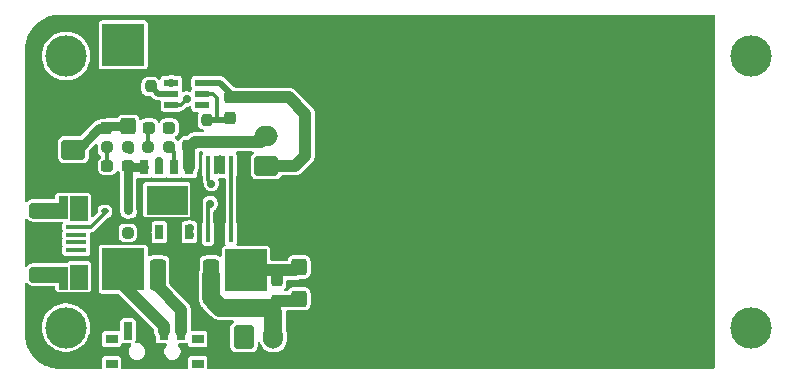
<source format=gbr>
%TF.GenerationSoftware,KiCad,Pcbnew,7.0.6*%
%TF.CreationDate,2023-09-18T21:36:18+08:00*%
%TF.ProjectId,UPS_Lite_Pi_Zero_Form,5550535f-4c69-4746-955f-50695f5a6572,rev?*%
%TF.SameCoordinates,Original*%
%TF.FileFunction,Copper,L1,Top*%
%TF.FilePolarity,Positive*%
%FSLAX46Y46*%
G04 Gerber Fmt 4.6, Leading zero omitted, Abs format (unit mm)*
G04 Created by KiCad (PCBNEW 7.0.6) date 2023-09-18 21:36:18*
%MOMM*%
%LPD*%
G01*
G04 APERTURE LIST*
G04 Aperture macros list*
%AMRoundRect*
0 Rectangle with rounded corners*
0 $1 Rounding radius*
0 $2 $3 $4 $5 $6 $7 $8 $9 X,Y pos of 4 corners*
0 Add a 4 corners polygon primitive as box body*
4,1,4,$2,$3,$4,$5,$6,$7,$8,$9,$2,$3,0*
0 Add four circle primitives for the rounded corners*
1,1,$1+$1,$2,$3*
1,1,$1+$1,$4,$5*
1,1,$1+$1,$6,$7*
1,1,$1+$1,$8,$9*
0 Add four rect primitives between the rounded corners*
20,1,$1+$1,$2,$3,$4,$5,0*
20,1,$1+$1,$4,$5,$6,$7,0*
20,1,$1+$1,$6,$7,$8,$9,0*
20,1,$1+$1,$8,$9,$2,$3,0*%
G04 Aperture macros list end*
%TA.AperFunction,EtchedComponent*%
%ADD10C,0.010000*%
%TD*%
%TA.AperFunction,SMDPad,CuDef*%
%ADD11RoundRect,0.237500X-0.250000X-0.237500X0.250000X-0.237500X0.250000X0.237500X-0.250000X0.237500X0*%
%TD*%
%TA.AperFunction,SMDPad,CuDef*%
%ADD12R,0.400000X1.560000*%
%TD*%
%TA.AperFunction,SMDPad,CuDef*%
%ADD13RoundRect,0.112500X0.187500X0.112500X-0.187500X0.112500X-0.187500X-0.112500X0.187500X-0.112500X0*%
%TD*%
%TA.AperFunction,SMDPad,CuDef*%
%ADD14RoundRect,0.237500X0.250000X0.237500X-0.250000X0.237500X-0.250000X-0.237500X0.250000X-0.237500X0*%
%TD*%
%TA.AperFunction,SMDPad,CuDef*%
%ADD15RoundRect,0.237500X0.237500X-0.300000X0.237500X0.300000X-0.237500X0.300000X-0.237500X-0.300000X0*%
%TD*%
%TA.AperFunction,ComponentPad*%
%ADD16RoundRect,0.250000X-0.600000X-0.750000X0.600000X-0.750000X0.600000X0.750000X-0.600000X0.750000X0*%
%TD*%
%TA.AperFunction,ComponentPad*%
%ADD17O,1.700000X2.000000*%
%TD*%
%TA.AperFunction,SMDPad,CuDef*%
%ADD18R,1.750000X0.400000*%
%TD*%
%TA.AperFunction,ComponentPad*%
%ADD19O,1.460000X0.730000*%
%TD*%
%TA.AperFunction,ComponentPad*%
%ADD20O,2.400000X1.200000*%
%TD*%
%TA.AperFunction,SMDPad,CuDef*%
%ADD21R,2.500000X1.425000*%
%TD*%
%TA.AperFunction,SMDPad,CuDef*%
%ADD22RoundRect,0.237500X-0.237500X0.250000X-0.237500X-0.250000X0.237500X-0.250000X0.237500X0.250000X0*%
%TD*%
%TA.AperFunction,SMDPad,CuDef*%
%ADD23R,1.200000X0.550000*%
%TD*%
%TA.AperFunction,SMDPad,CuDef*%
%ADD24RoundRect,0.250000X0.425000X-0.450000X0.425000X0.450000X-0.425000X0.450000X-0.425000X-0.450000X0*%
%TD*%
%TA.AperFunction,ComponentPad*%
%ADD25C,3.500000*%
%TD*%
%TA.AperFunction,SMDPad,CuDef*%
%ADD26RoundRect,0.237500X-0.287500X-0.237500X0.287500X-0.237500X0.287500X0.237500X-0.287500X0.237500X0*%
%TD*%
%TA.AperFunction,ComponentPad*%
%ADD27O,2.000000X1.700000*%
%TD*%
%TA.AperFunction,ComponentPad*%
%ADD28RoundRect,0.250000X0.750000X-0.600000X0.750000X0.600000X-0.750000X0.600000X-0.750000X-0.600000X0*%
%TD*%
%TA.AperFunction,SMDPad,CuDef*%
%ADD29RoundRect,0.250000X-0.425000X-1.075000X0.425000X-1.075000X0.425000X1.075000X-0.425000X1.075000X0*%
%TD*%
%TA.AperFunction,SMDPad,CuDef*%
%ADD30R,0.700000X1.500000*%
%TD*%
%TA.AperFunction,SMDPad,CuDef*%
%ADD31R,1.000000X0.800000*%
%TD*%
%TA.AperFunction,SMDPad,CuDef*%
%ADD32R,0.700000X1.300000*%
%TD*%
%TA.AperFunction,ComponentPad*%
%ADD33R,3.524000X3.524000*%
%TD*%
%TA.AperFunction,ViaPad*%
%ADD34C,0.800000*%
%TD*%
%TA.AperFunction,ViaPad*%
%ADD35C,0.700000*%
%TD*%
%TA.AperFunction,Conductor*%
%ADD36C,1.000000*%
%TD*%
%TA.AperFunction,Conductor*%
%ADD37C,1.500000*%
%TD*%
%TA.AperFunction,Conductor*%
%ADD38C,0.500000*%
%TD*%
%TA.AperFunction,Conductor*%
%ADD39C,0.300000*%
%TD*%
%TA.AperFunction,Conductor*%
%ADD40C,0.800000*%
%TD*%
G04 APERTURE END LIST*
%TO.C,J3*%
D10*
X88745000Y-102490000D02*
X87285000Y-102490000D01*
X87285000Y-100490000D01*
X88745000Y-100490000D01*
X88745000Y-102490000D01*
%TA.AperFunction,EtchedComponent*%
G36*
X88745000Y-102490000D02*
G01*
X87285000Y-102490000D01*
X87285000Y-100490000D01*
X88745000Y-100490000D01*
X88745000Y-102490000D01*
G37*
%TD.AperFunction*%
X88745000Y-108290000D02*
X87285000Y-108290000D01*
X87285000Y-106290000D01*
X88745000Y-106290000D01*
X88745000Y-108290000D01*
%TA.AperFunction,EtchedComponent*%
G36*
X88745000Y-108290000D02*
G01*
X87285000Y-108290000D01*
X87285000Y-106290000D01*
X88745000Y-106290000D01*
X88745000Y-108290000D01*
G37*
%TD.AperFunction*%
X87035000Y-102315000D02*
X84185000Y-102315000D01*
X84164000Y-102314000D01*
X84143000Y-102313000D01*
X84122000Y-102310000D01*
X84102000Y-102306000D01*
X84081000Y-102301000D01*
X84061000Y-102295000D01*
X84042000Y-102288000D01*
X84022000Y-102280000D01*
X84003000Y-102271000D01*
X83985000Y-102261000D01*
X83967000Y-102250000D01*
X83950000Y-102239000D01*
X83933000Y-102226000D01*
X83917000Y-102212000D01*
X83902000Y-102198000D01*
X83888000Y-102183000D01*
X83874000Y-102167000D01*
X83861000Y-102150000D01*
X83850000Y-102133000D01*
X83839000Y-102115000D01*
X83829000Y-102097000D01*
X83820000Y-102078000D01*
X83812000Y-102058000D01*
X83805000Y-102039000D01*
X83799000Y-102019000D01*
X83794000Y-101998000D01*
X83790000Y-101978000D01*
X83787000Y-101957000D01*
X83786000Y-101936000D01*
X83785000Y-101915000D01*
X83785000Y-101415000D01*
X83786000Y-101394000D01*
X83787000Y-101373000D01*
X83790000Y-101352000D01*
X83794000Y-101332000D01*
X83799000Y-101311000D01*
X83805000Y-101291000D01*
X83812000Y-101272000D01*
X83820000Y-101252000D01*
X83829000Y-101233000D01*
X83839000Y-101215000D01*
X83850000Y-101197000D01*
X83861000Y-101180000D01*
X83874000Y-101163000D01*
X83888000Y-101147000D01*
X83902000Y-101132000D01*
X83917000Y-101118000D01*
X83933000Y-101104000D01*
X83950000Y-101091000D01*
X83967000Y-101080000D01*
X83985000Y-101069000D01*
X84003000Y-101059000D01*
X84022000Y-101050000D01*
X84042000Y-101042000D01*
X84061000Y-101035000D01*
X84081000Y-101029000D01*
X84102000Y-101024000D01*
X84122000Y-101020000D01*
X84143000Y-101017000D01*
X84164000Y-101016000D01*
X84185000Y-101015000D01*
X86335000Y-101015000D01*
X86335000Y-100490000D01*
X87035000Y-100490000D01*
X87035000Y-102315000D01*
%TA.AperFunction,EtchedComponent*%
G36*
X87035000Y-102315000D02*
G01*
X84185000Y-102315000D01*
X84164000Y-102314000D01*
X84143000Y-102313000D01*
X84122000Y-102310000D01*
X84102000Y-102306000D01*
X84081000Y-102301000D01*
X84061000Y-102295000D01*
X84042000Y-102288000D01*
X84022000Y-102280000D01*
X84003000Y-102271000D01*
X83985000Y-102261000D01*
X83967000Y-102250000D01*
X83950000Y-102239000D01*
X83933000Y-102226000D01*
X83917000Y-102212000D01*
X83902000Y-102198000D01*
X83888000Y-102183000D01*
X83874000Y-102167000D01*
X83861000Y-102150000D01*
X83850000Y-102133000D01*
X83839000Y-102115000D01*
X83829000Y-102097000D01*
X83820000Y-102078000D01*
X83812000Y-102058000D01*
X83805000Y-102039000D01*
X83799000Y-102019000D01*
X83794000Y-101998000D01*
X83790000Y-101978000D01*
X83787000Y-101957000D01*
X83786000Y-101936000D01*
X83785000Y-101915000D01*
X83785000Y-101415000D01*
X83786000Y-101394000D01*
X83787000Y-101373000D01*
X83790000Y-101352000D01*
X83794000Y-101332000D01*
X83799000Y-101311000D01*
X83805000Y-101291000D01*
X83812000Y-101272000D01*
X83820000Y-101252000D01*
X83829000Y-101233000D01*
X83839000Y-101215000D01*
X83850000Y-101197000D01*
X83861000Y-101180000D01*
X83874000Y-101163000D01*
X83888000Y-101147000D01*
X83902000Y-101132000D01*
X83917000Y-101118000D01*
X83933000Y-101104000D01*
X83950000Y-101091000D01*
X83967000Y-101080000D01*
X83985000Y-101069000D01*
X84003000Y-101059000D01*
X84022000Y-101050000D01*
X84042000Y-101042000D01*
X84061000Y-101035000D01*
X84081000Y-101029000D01*
X84102000Y-101024000D01*
X84122000Y-101020000D01*
X84143000Y-101017000D01*
X84164000Y-101016000D01*
X84185000Y-101015000D01*
X86335000Y-101015000D01*
X86335000Y-100490000D01*
X87035000Y-100490000D01*
X87035000Y-102315000D01*
G37*
%TD.AperFunction*%
X87035000Y-108290000D02*
X86335000Y-108290000D01*
X86335000Y-107765000D01*
X84185000Y-107765000D01*
X84164000Y-107764000D01*
X84143000Y-107763000D01*
X84122000Y-107760000D01*
X84102000Y-107756000D01*
X84081000Y-107751000D01*
X84061000Y-107745000D01*
X84042000Y-107738000D01*
X84022000Y-107730000D01*
X84003000Y-107721000D01*
X83985000Y-107711000D01*
X83967000Y-107700000D01*
X83950000Y-107689000D01*
X83933000Y-107676000D01*
X83917000Y-107662000D01*
X83902000Y-107648000D01*
X83888000Y-107633000D01*
X83874000Y-107617000D01*
X83861000Y-107600000D01*
X83850000Y-107583000D01*
X83839000Y-107565000D01*
X83829000Y-107547000D01*
X83820000Y-107528000D01*
X83812000Y-107508000D01*
X83805000Y-107489000D01*
X83799000Y-107469000D01*
X83794000Y-107448000D01*
X83790000Y-107428000D01*
X83787000Y-107407000D01*
X83786000Y-107386000D01*
X83785000Y-107365000D01*
X83785000Y-106865000D01*
X83786000Y-106844000D01*
X83787000Y-106823000D01*
X83790000Y-106802000D01*
X83794000Y-106782000D01*
X83799000Y-106761000D01*
X83805000Y-106741000D01*
X83812000Y-106722000D01*
X83820000Y-106702000D01*
X83829000Y-106683000D01*
X83839000Y-106665000D01*
X83850000Y-106647000D01*
X83861000Y-106630000D01*
X83874000Y-106613000D01*
X83888000Y-106597000D01*
X83902000Y-106582000D01*
X83917000Y-106568000D01*
X83933000Y-106554000D01*
X83950000Y-106541000D01*
X83967000Y-106530000D01*
X83985000Y-106519000D01*
X84003000Y-106509000D01*
X84022000Y-106500000D01*
X84042000Y-106492000D01*
X84061000Y-106485000D01*
X84081000Y-106479000D01*
X84102000Y-106474000D01*
X84122000Y-106470000D01*
X84143000Y-106467000D01*
X84164000Y-106466000D01*
X84185000Y-106465000D01*
X87035000Y-106465000D01*
X87035000Y-108290000D01*
%TA.AperFunction,EtchedComponent*%
G36*
X87035000Y-108290000D02*
G01*
X86335000Y-108290000D01*
X86335000Y-107765000D01*
X84185000Y-107765000D01*
X84164000Y-107764000D01*
X84143000Y-107763000D01*
X84122000Y-107760000D01*
X84102000Y-107756000D01*
X84081000Y-107751000D01*
X84061000Y-107745000D01*
X84042000Y-107738000D01*
X84022000Y-107730000D01*
X84003000Y-107721000D01*
X83985000Y-107711000D01*
X83967000Y-107700000D01*
X83950000Y-107689000D01*
X83933000Y-107676000D01*
X83917000Y-107662000D01*
X83902000Y-107648000D01*
X83888000Y-107633000D01*
X83874000Y-107617000D01*
X83861000Y-107600000D01*
X83850000Y-107583000D01*
X83839000Y-107565000D01*
X83829000Y-107547000D01*
X83820000Y-107528000D01*
X83812000Y-107508000D01*
X83805000Y-107489000D01*
X83799000Y-107469000D01*
X83794000Y-107448000D01*
X83790000Y-107428000D01*
X83787000Y-107407000D01*
X83786000Y-107386000D01*
X83785000Y-107365000D01*
X83785000Y-106865000D01*
X83786000Y-106844000D01*
X83787000Y-106823000D01*
X83790000Y-106802000D01*
X83794000Y-106782000D01*
X83799000Y-106761000D01*
X83805000Y-106741000D01*
X83812000Y-106722000D01*
X83820000Y-106702000D01*
X83829000Y-106683000D01*
X83839000Y-106665000D01*
X83850000Y-106647000D01*
X83861000Y-106630000D01*
X83874000Y-106613000D01*
X83888000Y-106597000D01*
X83902000Y-106582000D01*
X83917000Y-106568000D01*
X83933000Y-106554000D01*
X83950000Y-106541000D01*
X83967000Y-106530000D01*
X83985000Y-106519000D01*
X84003000Y-106509000D01*
X84022000Y-106500000D01*
X84042000Y-106492000D01*
X84061000Y-106485000D01*
X84081000Y-106479000D01*
X84102000Y-106474000D01*
X84122000Y-106470000D01*
X84143000Y-106467000D01*
X84164000Y-106466000D01*
X84185000Y-106465000D01*
X87035000Y-106465000D01*
X87035000Y-108290000D01*
G37*
%TD.AperFunction*%
%TO.C,IC1*%
X97160370Y-101970260D02*
X93760000Y-101970260D01*
X93760000Y-99570000D01*
X97160370Y-99570000D01*
X97160370Y-101970260D01*
%TA.AperFunction,EtchedComponent*%
G36*
X97160370Y-101970260D02*
G01*
X93760000Y-101970260D01*
X93760000Y-99570000D01*
X97160370Y-99570000D01*
X97160370Y-101970260D01*
G37*
%TD.AperFunction*%
%TD*%
D11*
%TO.P,R3,1*%
%TO.N,GND*%
X90345000Y-103570000D03*
%TO.P,R3,2*%
%TO.N,Net-(IC1-PROG)*%
X92170000Y-103570000D03*
%TD*%
D12*
%TO.P,Q1,1*%
%TO.N,Net-(Q1-Pad1)*%
X100905000Y-97852500D03*
%TO.P,Q1,2*%
%TO.N,/BATT-*%
X100255000Y-97852500D03*
%TO.P,Q1,3*%
X99605000Y-97852500D03*
%TO.P,Q1,4*%
%TO.N,/OD*%
X98955000Y-97852500D03*
%TO.P,Q1,5*%
%TO.N,/OC*%
X98955000Y-103612500D03*
%TO.P,Q1,6*%
%TO.N,GND*%
X99605000Y-103612500D03*
%TO.P,Q1,7*%
X100255000Y-103612500D03*
%TO.P,Q1,8*%
%TO.N,Net-(Q1-Pad1)*%
X100905000Y-103612500D03*
%TD*%
D13*
%TO.P,D3,1,K*%
%TO.N,/BATT_VIN*%
X92310000Y-101770000D03*
%TO.P,D3,2,A*%
%TO.N,Net-(D3-A)*%
X90210000Y-101770000D03*
%TD*%
D14*
%TO.P,R1,1*%
%TO.N,Net-(IC1-CHRG)*%
X92220000Y-96330000D03*
%TO.P,R1,2*%
%TO.N,Net-(D1-K)*%
X90395000Y-96330000D03*
%TD*%
%TO.P,R2,1*%
%TO.N,Net-(IC1-STDBY)*%
X95682500Y-96310000D03*
%TO.P,R2,2*%
%TO.N,Net-(D2-K)*%
X93857500Y-96310000D03*
%TD*%
D15*
%TO.P,C1,1*%
%TO.N,/BATT_VIN*%
X90350000Y-94742500D03*
%TO.P,C1,2*%
%TO.N,GND*%
X90350000Y-93017500D03*
%TD*%
%TO.P,C3,1*%
%TO.N,/BATT+*%
X97280000Y-96242500D03*
%TO.P,C3,2*%
%TO.N,GND*%
X97280000Y-94517500D03*
%TD*%
D16*
%TO.P,J4,1,Pin_1*%
%TO.N,Net-(J4-Pin_1)*%
X102000000Y-112400000D03*
D17*
%TO.P,J4,2,Pin_2*%
%TO.N,/5V_3A*%
X104500000Y-112400000D03*
%TD*%
D18*
%TO.P,J3,1,VCC*%
%TO.N,Net-(D3-A)*%
X87810000Y-103090000D03*
%TO.P,J3,2,D-*%
%TO.N,unconnected-(J3-D--Pad2)*%
X87810000Y-103740000D03*
%TO.P,J3,3,D+*%
%TO.N,unconnected-(J3-D+-Pad3)*%
X87810000Y-104390000D03*
%TO.P,J3,4,ID*%
%TO.N,unconnected-(J3-ID-Pad4)*%
X87810000Y-105040000D03*
%TO.P,J3,5,GND*%
%TO.N,GND*%
X87810000Y-105690000D03*
D19*
%TO.P,J3,6,SHIELD*%
X88015000Y-101965000D03*
%TO.P,J3,7,SHIELD*%
X88015000Y-106815000D03*
D20*
%TO.P,J3,8,SHIELD*%
X84985000Y-101665000D03*
%TO.P,J3,9,SHIELD*%
X84985000Y-107115000D03*
D21*
%TO.P,J3,S1,SHIELD*%
X84735000Y-103427500D03*
%TO.P,J3,S2,SHIELD*%
X84735000Y-105352500D03*
%TD*%
D22*
%TO.P,R4,1*%
%TO.N,/CS*%
X94100000Y-91180000D03*
%TO.P,R4,2*%
%TO.N,GND*%
X94100000Y-93005000D03*
%TD*%
D23*
%TO.P,IC2,1,OD*%
%TO.N,/OD*%
X95860000Y-90850000D03*
%TO.P,IC2,2,CS*%
%TO.N,/CS*%
X95860000Y-91800000D03*
%TO.P,IC2,3,OC*%
%TO.N,/OC*%
X95860000Y-92750000D03*
%TO.P,IC2,4,TD*%
%TO.N,unconnected-(IC2-TD-Pad4)*%
X98460000Y-92750000D03*
%TO.P,IC2,5,VCC*%
%TO.N,/BATT_SAVE*%
X98460000Y-91800000D03*
%TO.P,IC2,6,GND*%
%TO.N,/BATT-*%
X98460000Y-90850000D03*
%TD*%
D24*
%TO.P,C6,1*%
%TO.N,/BATT_VIN*%
X92200000Y-94567500D03*
%TO.P,C6,2*%
%TO.N,GND*%
X92200000Y-91867500D03*
%TD*%
D15*
%TO.P,C2,1*%
%TO.N,/BATT_SAVE*%
X100850000Y-93812500D03*
%TO.P,C2,2*%
%TO.N,/BATT-*%
X100850000Y-92087500D03*
%TD*%
D25*
%TO.P,REF\u002A\u002A,*%
%TO.N,*%
X86940000Y-88600000D03*
X86940000Y-111600000D03*
X144940000Y-88600000D03*
X144940000Y-111600000D03*
%TD*%
D26*
%TO.P,D1,1,K*%
%TO.N,Net-(D1-K)*%
X90447500Y-97920000D03*
%TO.P,D1,2,A*%
%TO.N,/BATT_VIN*%
X92197500Y-97920000D03*
%TD*%
D22*
%TO.P,R5,1*%
%TO.N,/BATT_SAVE*%
X98850000Y-94047500D03*
%TO.P,R5,2*%
%TO.N,/BATT+*%
X98850000Y-95872500D03*
%TD*%
D27*
%TO.P,J2,2,Pin_2*%
%TO.N,/BATT+*%
X103900000Y-95400000D03*
D28*
%TO.P,J2,1,Pin_1*%
%TO.N,/BATT-*%
X103900000Y-97900000D03*
%TD*%
%TO.P,J1,1,Pin_1*%
%TO.N,/BATT_VIN*%
X87560000Y-96540000D03*
D27*
%TO.P,J1,2,Pin_2*%
%TO.N,GND*%
X87560000Y-94040000D03*
%TD*%
D29*
%TO.P,F1,1*%
%TO.N,Net-(F1-Pad1)*%
X94720000Y-107120000D03*
%TO.P,F1,2*%
%TO.N,/5V_3A*%
X99220000Y-107120000D03*
%TD*%
D26*
%TO.P,D2,1,K*%
%TO.N,Net-(D2-K)*%
X93937500Y-94670000D03*
%TO.P,D2,2,A*%
%TO.N,/BATT_VIN*%
X95687500Y-94670000D03*
%TD*%
D30*
%TO.P,S1,1*%
%TO.N,unconnected-(S1-Pad1)*%
X92190000Y-111870000D03*
%TO.P,S1,2*%
%TO.N,Net-(U\u002A1-OUT+)*%
X95190000Y-111870000D03*
%TO.P,S1,3*%
%TO.N,Net-(F1-Pad1)*%
X96690000Y-111870000D03*
D31*
%TO.P,S1,S1*%
%TO.N,N/C*%
X90790000Y-112570000D03*
%TO.P,S1,S2*%
X90790000Y-114670000D03*
%TO.P,S1,S3*%
X98090000Y-114670000D03*
%TO.P,S1,S4*%
X98090000Y-112570000D03*
%TD*%
D15*
%TO.P,C5,1*%
%TO.N,/5V_3A*%
X104820000Y-109332500D03*
%TO.P,C5,2*%
%TO.N,Net-(J4-Pin_1)*%
X104820000Y-107607500D03*
%TD*%
D24*
%TO.P,C4,1*%
%TO.N,/5V_3A*%
X106670000Y-109147500D03*
%TO.P,C4,2*%
%TO.N,Net-(J4-Pin_1)*%
X106670000Y-106447500D03*
%TD*%
D32*
%TO.P,IC1,1,TEMP*%
%TO.N,GND*%
X93555000Y-103520000D03*
%TO.P,IC1,2,PROG*%
%TO.N,Net-(IC1-PROG)*%
X94825000Y-103520000D03*
%TO.P,IC1,3,GND*%
%TO.N,GND*%
X96095000Y-103520000D03*
%TO.P,IC1,4,VCC*%
%TO.N,/BATT_VIN*%
X97365000Y-103520000D03*
%TO.P,IC1,5,BAT*%
%TO.N,/BATT+*%
X97365000Y-98020000D03*
%TO.P,IC1,6,STDBY*%
%TO.N,Net-(IC1-STDBY)*%
X96095000Y-98020000D03*
%TO.P,IC1,7,CHRG*%
%TO.N,Net-(IC1-CHRG)*%
X94825000Y-98020000D03*
%TO.P,IC1,8,CE*%
%TO.N,/BATT_VIN*%
X93555000Y-98020000D03*
%TD*%
D33*
%TO.P,U\u002A1,1,IN+*%
%TO.N,/BATT+*%
X91780000Y-87660000D03*
%TO.P,U\u002A1,2,IN-*%
%TO.N,GND*%
X102180000Y-87660000D03*
%TO.P,U\u002A1,3,OUT+*%
%TO.N,Net-(U\u002A1-OUT+)*%
X91780000Y-106660000D03*
%TO.P,U\u002A1,4,OUT-*%
%TO.N,Net-(J4-Pin_1)*%
X102180000Y-106760000D03*
%TD*%
D34*
%TO.N,/BATT-*%
X99950000Y-97450000D03*
X99950000Y-98200000D03*
D35*
%TO.N,/BATT_VIN*%
X91890000Y-94250000D03*
X92190000Y-101680000D03*
X92200000Y-100630000D03*
X97400000Y-103150000D03*
X92200000Y-97970000D03*
X92440000Y-94860000D03*
X92200000Y-99740000D03*
X95730000Y-94640000D03*
X92210000Y-98850000D03*
X97400000Y-103800000D03*
%TO.N,GND*%
X99950000Y-104000000D03*
X96250000Y-88250000D03*
X108400000Y-87300000D03*
X96950000Y-88250000D03*
X110350000Y-114050000D03*
X111750000Y-112500000D03*
X101900000Y-103550000D03*
X89400000Y-90600000D03*
X96250000Y-87500000D03*
X88700000Y-91450000D03*
X89400000Y-91450000D03*
X106300000Y-86500000D03*
X96550000Y-104950000D03*
X97650000Y-88250000D03*
X96950000Y-87500000D03*
X84150000Y-95300000D03*
X106300000Y-88050000D03*
X90900000Y-99850000D03*
X108250000Y-114050000D03*
X110350000Y-112500000D03*
X95550000Y-87500000D03*
X87300000Y-91450000D03*
X107000000Y-88050000D03*
X108250000Y-112500000D03*
X111750000Y-113300000D03*
X109100000Y-86500000D03*
X84850000Y-94500000D03*
X85550000Y-94500000D03*
X110350000Y-113300000D03*
X109100000Y-88050000D03*
X84850000Y-96050000D03*
X101900000Y-102800000D03*
X96250000Y-86700000D03*
X95150000Y-104950000D03*
X97650000Y-87500000D03*
X88000000Y-91450000D03*
X108250000Y-113300000D03*
X107000000Y-87300000D03*
X98350000Y-87500000D03*
X99950000Y-103300000D03*
X111050000Y-113300000D03*
X101900000Y-102000000D03*
X106300000Y-87300000D03*
X111050000Y-114050000D03*
X97250000Y-104950000D03*
X84850000Y-95300000D03*
X96100000Y-103200000D03*
X90200000Y-99100000D03*
X95850000Y-104950000D03*
X98350000Y-86700000D03*
X94450000Y-104950000D03*
X107700000Y-88050000D03*
X88700000Y-90600000D03*
X85550000Y-95300000D03*
X98350000Y-88250000D03*
X107700000Y-87300000D03*
X108950000Y-113300000D03*
X108950000Y-114050000D03*
X101900000Y-101250000D03*
X101900000Y-100500000D03*
X90900000Y-99100000D03*
X109650000Y-112500000D03*
X107000000Y-86500000D03*
X109650000Y-114050000D03*
X109650000Y-113300000D03*
X97650000Y-86700000D03*
X85550000Y-96050000D03*
X95550000Y-88250000D03*
X84150000Y-94500000D03*
X108400000Y-86500000D03*
X90200000Y-99850000D03*
X96950000Y-86700000D03*
X108950000Y-112500000D03*
X97950000Y-104950000D03*
X109100000Y-87300000D03*
X84150000Y-96050000D03*
X95550000Y-86700000D03*
X96100000Y-103900000D03*
X107700000Y-86500000D03*
X101900000Y-99700000D03*
X108400000Y-88050000D03*
X111050000Y-112500000D03*
X111750000Y-114050000D03*
%TO.N,/BATT+*%
X97365000Y-98020000D03*
%TO.N,Net-(IC1-PROG)*%
X94825000Y-103520000D03*
X92200000Y-103600000D03*
%TO.N,Net-(IC1-CHRG)*%
X94770000Y-97490000D03*
X92380000Y-96570000D03*
%TO.N,/OD*%
X95860000Y-90850000D03*
X99250000Y-99400000D03*
%TO.N,/OC*%
X99150000Y-101100000D03*
X97150000Y-92250000D03*
%TD*%
D36*
%TO.N,Net-(J4-Pin_1)*%
X106357500Y-106760000D02*
X106670000Y-106447500D01*
X102180000Y-106760000D02*
X106357500Y-106760000D01*
%TO.N,/5V_3A*%
X106485000Y-109332500D02*
X106670000Y-109147500D01*
X104820000Y-109332500D02*
X106485000Y-109332500D01*
D37*
X104100000Y-109900000D02*
X104500000Y-110300000D01*
X100000000Y-109900000D02*
X104100000Y-109900000D01*
X99220000Y-109120000D02*
X100000000Y-109900000D01*
X104500000Y-110300000D02*
X104500000Y-112400000D01*
X99220000Y-107120000D02*
X99220000Y-109120000D01*
D36*
%TO.N,/BATT-*%
X105787500Y-92087500D02*
X100850000Y-92087500D01*
D38*
X100850000Y-91700000D02*
X100850000Y-92087500D01*
X100000000Y-90850000D02*
X100850000Y-91700000D01*
D39*
%TO.N,/BATT_SAVE*%
X98460000Y-91800000D02*
X99350000Y-91800000D01*
D38*
X99750000Y-94047500D02*
X100615000Y-94047500D01*
X98850000Y-94047500D02*
X99750000Y-94047500D01*
D39*
X99350000Y-91800000D02*
X99750000Y-92200000D01*
X99750000Y-92200000D02*
X99750000Y-94047500D01*
D38*
X100615000Y-94047500D02*
X100850000Y-93812500D01*
%TO.N,/BATT-*%
X98460000Y-90850000D02*
X100000000Y-90850000D01*
D36*
X107200000Y-97050000D02*
X107200000Y-93500000D01*
X107200000Y-93500000D02*
X105787500Y-92087500D01*
X106350000Y-97900000D02*
X107200000Y-97050000D01*
X103900000Y-97900000D02*
X106350000Y-97900000D01*
%TO.N,/BATT+*%
X103427500Y-95872500D02*
X103900000Y-95400000D01*
X98850000Y-95872500D02*
X103427500Y-95872500D01*
D40*
%TO.N,/BATT_VIN*%
X87950000Y-96540000D02*
X89747500Y-94742500D01*
X87560000Y-96540000D02*
X87950000Y-96540000D01*
X89747500Y-94742500D02*
X90350000Y-94742500D01*
X92200000Y-94567500D02*
X90525000Y-94567500D01*
X92297500Y-98020000D02*
X92197500Y-97920000D01*
X92190000Y-101680000D02*
X92190000Y-97980000D01*
X93555000Y-98020000D02*
X92297500Y-98020000D01*
X90525000Y-94567500D02*
X90350000Y-94742500D01*
X92190000Y-97980000D02*
X92200000Y-97970000D01*
D39*
%TO.N,GND*%
X99955000Y-103680000D02*
X99955000Y-103695000D01*
X95930000Y-86695000D02*
X95945000Y-86695000D01*
X110030000Y-112495000D02*
X110045000Y-112495000D01*
X97330000Y-88245000D02*
X97345000Y-88245000D01*
X85245000Y-95295000D02*
X85250000Y-95300000D01*
X111445000Y-114045000D02*
X111450000Y-114050000D01*
X89080000Y-91445000D02*
X89095000Y-91445000D01*
X110030000Y-113295000D02*
X110045000Y-113295000D01*
X90580000Y-99095000D02*
X90595000Y-99095000D01*
X111445000Y-113295000D02*
X111450000Y-113300000D01*
X108630000Y-113295000D02*
X108645000Y-113295000D01*
X111430000Y-113295000D02*
X111445000Y-113295000D01*
X106695000Y-86495000D02*
X106700000Y-86500000D01*
X83830000Y-96045000D02*
X83845000Y-96045000D01*
X89350000Y-104565000D02*
X90345000Y-103570000D01*
X96155000Y-104955000D02*
X96150000Y-104950000D01*
X95945000Y-87495000D02*
X95950000Y-87500000D01*
X95945000Y-88245000D02*
X95950000Y-88250000D01*
X97345000Y-87495000D02*
X97350000Y-87500000D01*
X111430000Y-114045000D02*
X111445000Y-114045000D01*
X85230000Y-94495000D02*
X85245000Y-94495000D01*
X96095000Y-103520000D02*
X96095000Y-103505000D01*
X108095000Y-88045000D02*
X108100000Y-88050000D01*
X97570000Y-104955000D02*
X97555000Y-104955000D01*
X97330000Y-87495000D02*
X97345000Y-87495000D01*
X110045000Y-112495000D02*
X110050000Y-112500000D01*
X83845000Y-95295000D02*
X83850000Y-95300000D01*
X87810000Y-105690000D02*
X89110000Y-105690000D01*
X108095000Y-86495000D02*
X108100000Y-86500000D01*
X95930000Y-87495000D02*
X95945000Y-87495000D01*
X108630000Y-114045000D02*
X108645000Y-114045000D01*
X85245000Y-94495000D02*
X85250000Y-94500000D01*
X108645000Y-113295000D02*
X108650000Y-113300000D01*
X96170000Y-104955000D02*
X96155000Y-104955000D01*
X87695000Y-91445000D02*
X87700000Y-91450000D01*
X85245000Y-96045000D02*
X85250000Y-96050000D01*
X96095000Y-103505000D02*
X96100000Y-103500000D01*
X87680000Y-91445000D02*
X87695000Y-91445000D01*
X89350000Y-105450000D02*
X89350000Y-104565000D01*
X97345000Y-86695000D02*
X97350000Y-86700000D01*
X95945000Y-86695000D02*
X95950000Y-86700000D01*
X106680000Y-86495000D02*
X106695000Y-86495000D01*
X90580000Y-99845000D02*
X90595000Y-99845000D01*
X106680000Y-88045000D02*
X106695000Y-88045000D01*
X111430000Y-112495000D02*
X111445000Y-112495000D01*
X108645000Y-112495000D02*
X108650000Y-112500000D01*
X85072500Y-105690000D02*
X84735000Y-105352500D01*
X85230000Y-95295000D02*
X85245000Y-95295000D01*
X99955000Y-103695000D02*
X99950000Y-103700000D01*
X90595000Y-99095000D02*
X90600000Y-99100000D01*
X111445000Y-112495000D02*
X111450000Y-112500000D01*
X89095000Y-90595000D02*
X89100000Y-90600000D01*
X100255000Y-103612500D02*
X99605000Y-103612500D01*
X108080000Y-87295000D02*
X108095000Y-87295000D01*
X87810000Y-105690000D02*
X85072500Y-105690000D01*
D40*
X88582500Y-93017500D02*
X90350000Y-93017500D01*
D39*
X108630000Y-112495000D02*
X108645000Y-112495000D01*
X97330000Y-86695000D02*
X97345000Y-86695000D01*
X89080000Y-90595000D02*
X89095000Y-90595000D01*
D40*
X87560000Y-94040000D02*
X88582500Y-93017500D01*
D39*
X89095000Y-91445000D02*
X89100000Y-91450000D01*
X94770000Y-104955000D02*
X94755000Y-104955000D01*
X108095000Y-87295000D02*
X108100000Y-87300000D01*
X90595000Y-99845000D02*
X90600000Y-99850000D01*
X97345000Y-88245000D02*
X97350000Y-88250000D01*
X89110000Y-105690000D02*
X89350000Y-105450000D01*
X95930000Y-88245000D02*
X95945000Y-88245000D01*
X108080000Y-88045000D02*
X108095000Y-88045000D01*
X83845000Y-96045000D02*
X83850000Y-96050000D01*
X110045000Y-113295000D02*
X110050000Y-113300000D01*
X83845000Y-94495000D02*
X83850000Y-94500000D01*
X108080000Y-86495000D02*
X108095000Y-86495000D01*
X106680000Y-87295000D02*
X106695000Y-87295000D01*
X110030000Y-114045000D02*
X110045000Y-114045000D01*
X110045000Y-114045000D02*
X110050000Y-114050000D01*
X83830000Y-94495000D02*
X83845000Y-94495000D01*
X85230000Y-96045000D02*
X85245000Y-96045000D01*
X94755000Y-104955000D02*
X94750000Y-104950000D01*
X106695000Y-87295000D02*
X106700000Y-87300000D01*
X108645000Y-114045000D02*
X108650000Y-114050000D01*
X97555000Y-104955000D02*
X97550000Y-104950000D01*
X106695000Y-88045000D02*
X106700000Y-88050000D01*
X83830000Y-95295000D02*
X83845000Y-95295000D01*
%TO.N,/BATT-*%
X99605000Y-97852500D02*
X100255000Y-97852500D01*
D36*
%TO.N,/BATT+*%
X97365000Y-98020000D02*
X97365000Y-96327500D01*
X97820000Y-95872500D02*
X97365000Y-96327500D01*
X97365000Y-96327500D02*
X97280000Y-96242500D01*
X98850000Y-95872500D02*
X97820000Y-95872500D01*
D39*
%TO.N,Net-(D1-K)*%
X90447500Y-96382500D02*
X90395000Y-96330000D01*
X90447500Y-97920000D02*
X90447500Y-96382500D01*
%TO.N,Net-(D2-K)*%
X93857500Y-94750000D02*
X93937500Y-94670000D01*
X93857500Y-96310000D02*
X93857500Y-94750000D01*
%TO.N,Net-(D3-A)*%
X90210000Y-101890000D02*
X90210000Y-101770000D01*
X87810000Y-103090000D02*
X89010000Y-103090000D01*
X89010000Y-103090000D02*
X90210000Y-101890000D01*
D36*
%TO.N,Net-(F1-Pad1)*%
X94720000Y-108110000D02*
X94720000Y-107120000D01*
X96690000Y-111870000D02*
X96690000Y-110080000D01*
X96690000Y-110080000D02*
X94720000Y-108110000D01*
D39*
%TO.N,Net-(IC1-PROG)*%
X92170000Y-103570000D02*
X92200000Y-103600000D01*
%TO.N,Net-(IC1-STDBY)*%
X96095000Y-98020000D02*
X96095000Y-96722500D01*
X96095000Y-96722500D02*
X95682500Y-96310000D01*
%TO.N,Net-(IC1-CHRG)*%
X94825000Y-98020000D02*
X94825000Y-97545000D01*
X94825000Y-97545000D02*
X94770000Y-97490000D01*
%TO.N,/OD*%
X99250000Y-99400000D02*
X98955000Y-99105000D01*
X98955000Y-99105000D02*
X98955000Y-97852500D01*
D38*
%TO.N,/CS*%
X95860000Y-91800000D02*
X94720000Y-91800000D01*
X94720000Y-91800000D02*
X94100000Y-91180000D01*
D39*
%TO.N,/OC*%
X97150000Y-92250000D02*
X96650000Y-92750000D01*
X98955000Y-101295000D02*
X98955000Y-103612500D01*
X99150000Y-101100000D02*
X98955000Y-101295000D01*
X96650000Y-92750000D02*
X95860000Y-92750000D01*
%TO.N,Net-(Q1-Pad1)*%
X100905000Y-103612500D02*
X100905000Y-97852500D01*
D36*
%TO.N,Net-(U\u002A1-OUT+)*%
X91780000Y-108030000D02*
X95190000Y-111440000D01*
X91780000Y-106660000D02*
X91780000Y-108030000D01*
X95190000Y-111440000D02*
X95190000Y-111870000D01*
%TD*%
%TA.AperFunction,Conductor*%
%TO.N,GND*%
G36*
X141842122Y-85120185D02*
G01*
X141887877Y-85172989D01*
X141899083Y-85224698D01*
X141851633Y-114975698D01*
X141831841Y-115042706D01*
X141778965Y-115088376D01*
X141727633Y-115099500D01*
X99014500Y-115099500D01*
X98947461Y-115079815D01*
X98901706Y-115027011D01*
X98890500Y-114975500D01*
X98890499Y-114225143D01*
X98890499Y-114225137D01*
X98890499Y-114225136D01*
X98890435Y-114224586D01*
X98887586Y-114200012D01*
X98887585Y-114200010D01*
X98887585Y-114200009D01*
X98842206Y-114097235D01*
X98762765Y-114017794D01*
X98762765Y-114017793D01*
X98659992Y-113972415D01*
X98634865Y-113969500D01*
X97545143Y-113969500D01*
X97545117Y-113969502D01*
X97520012Y-113972413D01*
X97520008Y-113972415D01*
X97417235Y-114017793D01*
X97337794Y-114097234D01*
X97292415Y-114200006D01*
X97292415Y-114200008D01*
X97289564Y-114224586D01*
X97289500Y-114225135D01*
X97289500Y-114619885D01*
X97289501Y-114975500D01*
X97269817Y-115042539D01*
X97217013Y-115088294D01*
X97165501Y-115099500D01*
X91714500Y-115099500D01*
X91647461Y-115079815D01*
X91601706Y-115027011D01*
X91590500Y-114975500D01*
X91590499Y-114225143D01*
X91590499Y-114225137D01*
X91590499Y-114225136D01*
X91590435Y-114224586D01*
X91587586Y-114200012D01*
X91587585Y-114200010D01*
X91587585Y-114200009D01*
X91542206Y-114097235D01*
X91462765Y-114017794D01*
X91462764Y-114017793D01*
X91359992Y-113972415D01*
X91334865Y-113969500D01*
X90245143Y-113969500D01*
X90245117Y-113969502D01*
X90220012Y-113972413D01*
X90220008Y-113972415D01*
X90117235Y-114017793D01*
X90037794Y-114097234D01*
X89992415Y-114200006D01*
X89992415Y-114200008D01*
X89989564Y-114224586D01*
X89989500Y-114225135D01*
X89989500Y-114619885D01*
X89989501Y-114975500D01*
X89969817Y-115042539D01*
X89917013Y-115088294D01*
X89865501Y-115099500D01*
X86441624Y-115099500D01*
X86438378Y-115099415D01*
X86306617Y-115092509D01*
X86122985Y-115082196D01*
X86116758Y-115081530D01*
X85964369Y-115057394D01*
X85801835Y-115029778D01*
X85796171Y-115028541D01*
X85643297Y-114987579D01*
X85488273Y-114942916D01*
X85483217Y-114941221D01*
X85333841Y-114883882D01*
X85185988Y-114822638D01*
X85181566Y-114820599D01*
X85038101Y-114747500D01*
X84898520Y-114670357D01*
X84894742Y-114668090D01*
X84759138Y-114580027D01*
X84629233Y-114487854D01*
X84626092Y-114485472D01*
X84501246Y-114384374D01*
X84498974Y-114382440D01*
X84381277Y-114277260D01*
X84378750Y-114274870D01*
X84265128Y-114161248D01*
X84262738Y-114158721D01*
X84157558Y-114041024D01*
X84155631Y-114038760D01*
X84054526Y-113913905D01*
X84052144Y-113910765D01*
X83959972Y-113780861D01*
X83931119Y-113736432D01*
X83871896Y-113645236D01*
X83869641Y-113641477D01*
X83792499Y-113501898D01*
X83719399Y-113358432D01*
X83717360Y-113354010D01*
X83656122Y-113206171D01*
X83598772Y-113056766D01*
X83597082Y-113051724D01*
X83579046Y-112989122D01*
X83552414Y-112896679D01*
X83547316Y-112877652D01*
X83511453Y-112743811D01*
X83510226Y-112738194D01*
X83482601Y-112575606D01*
X83458465Y-112423212D01*
X83457803Y-112417027D01*
X83447503Y-112233628D01*
X83440584Y-112101620D01*
X83440500Y-112098377D01*
X83440500Y-111600000D01*
X84884709Y-111600000D01*
X84903851Y-111879862D01*
X84903852Y-111879864D01*
X84960921Y-112154499D01*
X84960926Y-112154516D01*
X85039311Y-112375068D01*
X85054864Y-112418830D01*
X85183919Y-112667896D01*
X85345688Y-112897069D01*
X85345692Y-112897073D01*
X85345692Y-112897074D01*
X85479164Y-113039988D01*
X85537155Y-113102081D01*
X85754754Y-113279111D01*
X85754756Y-113279112D01*
X85754757Y-113279113D01*
X85994433Y-113424863D01*
X86084693Y-113464068D01*
X86251725Y-113536620D01*
X86521839Y-113612303D01*
X86761589Y-113645256D01*
X86799741Y-113650500D01*
X86799742Y-113650500D01*
X87080259Y-113650500D01*
X87118411Y-113645256D01*
X87358161Y-113612303D01*
X87628275Y-113536620D01*
X87885568Y-113424862D01*
X88125246Y-113279111D01*
X88342845Y-113102081D01*
X88424307Y-113014856D01*
X89989500Y-113014856D01*
X89989502Y-113014882D01*
X89992413Y-113039987D01*
X89992415Y-113039991D01*
X90037793Y-113142764D01*
X90037794Y-113142765D01*
X90117235Y-113222206D01*
X90220009Y-113267585D01*
X90245135Y-113270500D01*
X91334864Y-113270499D01*
X91334879Y-113270497D01*
X91334882Y-113270497D01*
X91359987Y-113267586D01*
X91359988Y-113267585D01*
X91359991Y-113267585D01*
X91462765Y-113222206D01*
X91542206Y-113142765D01*
X91587585Y-113039991D01*
X91590500Y-113014865D01*
X91590499Y-113014860D01*
X91590598Y-113014016D01*
X91617876Y-112949691D01*
X91675600Y-112910325D01*
X91745444Y-112908417D01*
X91763857Y-112914869D01*
X91768512Y-112916924D01*
X91770009Y-112917585D01*
X91795135Y-112920500D01*
X92348329Y-112920499D01*
X92415367Y-112940183D01*
X92461122Y-112992987D01*
X92471066Y-113062146D01*
X92442041Y-113125702D01*
X92441144Y-113126726D01*
X92359264Y-113219150D01*
X92280210Y-113369773D01*
X92267253Y-113422343D01*
X92239500Y-113534944D01*
X92239500Y-113705056D01*
X92258184Y-113780861D01*
X92280210Y-113870226D01*
X92359263Y-114020849D01*
X92359266Y-114020852D01*
X92472071Y-114148183D01*
X92547158Y-114200012D01*
X92612068Y-114244817D01*
X92612069Y-114244817D01*
X92612070Y-114244818D01*
X92771128Y-114305140D01*
X92847028Y-114314356D01*
X92897626Y-114320500D01*
X92897628Y-114320500D01*
X92982374Y-114320500D01*
X93024538Y-114315380D01*
X93108872Y-114305140D01*
X93267930Y-114244818D01*
X93407929Y-114148183D01*
X93520734Y-114020852D01*
X93599790Y-113870225D01*
X93640500Y-113705056D01*
X93640500Y-113534944D01*
X93599790Y-113369775D01*
X93578078Y-113328406D01*
X93520736Y-113219150D01*
X93483181Y-113176759D01*
X93407929Y-113091817D01*
X93349845Y-113051724D01*
X93267931Y-112995182D01*
X93108874Y-112934860D01*
X93108868Y-112934859D01*
X92982374Y-112919500D01*
X92982372Y-112919500D01*
X92926548Y-112919500D01*
X92859509Y-112899815D01*
X92813754Y-112847011D01*
X92803810Y-112777853D01*
X92813114Y-112745414D01*
X92837583Y-112689995D01*
X92837585Y-112689991D01*
X92840500Y-112664865D01*
X92840499Y-111075136D01*
X92840425Y-111074500D01*
X92837586Y-111050012D01*
X92837585Y-111050010D01*
X92837585Y-111050009D01*
X92792206Y-110947235D01*
X92712765Y-110867794D01*
X92712763Y-110867793D01*
X92609992Y-110822415D01*
X92584865Y-110819500D01*
X91795143Y-110819500D01*
X91795117Y-110819502D01*
X91770012Y-110822413D01*
X91770008Y-110822415D01*
X91667235Y-110867793D01*
X91587794Y-110947234D01*
X91542415Y-111050006D01*
X91542415Y-111050008D01*
X91539500Y-111075131D01*
X91539500Y-111761374D01*
X91519815Y-111828413D01*
X91467011Y-111874168D01*
X91397853Y-111884112D01*
X91365419Y-111874811D01*
X91359992Y-111872415D01*
X91334865Y-111869500D01*
X90245143Y-111869500D01*
X90245117Y-111869502D01*
X90220012Y-111872413D01*
X90220008Y-111872415D01*
X90117235Y-111917793D01*
X90037794Y-111997234D01*
X89992415Y-112100006D01*
X89992415Y-112100008D01*
X89989500Y-112125131D01*
X89989500Y-113014856D01*
X88424307Y-113014856D01*
X88534312Y-112897069D01*
X88696081Y-112667896D01*
X88825136Y-112418830D01*
X88919075Y-112154511D01*
X88919076Y-112154504D01*
X88919078Y-112154499D01*
X88945571Y-112027005D01*
X88976148Y-111879862D01*
X88995291Y-111600000D01*
X88976148Y-111320138D01*
X88956443Y-111225315D01*
X88919078Y-111045500D01*
X88919073Y-111045483D01*
X88887122Y-110955582D01*
X88825136Y-110781170D01*
X88696081Y-110532104D01*
X88534312Y-110302931D01*
X88534307Y-110302925D01*
X88342845Y-110097919D01*
X88210713Y-109990422D01*
X88125246Y-109920889D01*
X88125244Y-109920888D01*
X88125242Y-109920886D01*
X87885566Y-109775136D01*
X87628276Y-109663380D01*
X87358166Y-109587698D01*
X87358162Y-109587697D01*
X87358161Y-109587697D01*
X87219209Y-109568598D01*
X87080259Y-109549500D01*
X87080258Y-109549500D01*
X86799742Y-109549500D01*
X86799741Y-109549500D01*
X86521839Y-109587697D01*
X86521833Y-109587698D01*
X86251723Y-109663380D01*
X85994433Y-109775136D01*
X85754757Y-109920886D01*
X85537154Y-110097919D01*
X85345692Y-110302925D01*
X85345692Y-110302926D01*
X85183919Y-110532103D01*
X85054863Y-110781171D01*
X84960926Y-111045483D01*
X84960921Y-111045500D01*
X84903852Y-111320135D01*
X84903851Y-111320137D01*
X84884709Y-111600000D01*
X83440500Y-111600000D01*
X83440500Y-107920506D01*
X83460185Y-107853467D01*
X83512989Y-107807712D01*
X83582147Y-107797768D01*
X83645703Y-107826793D01*
X83649108Y-107829856D01*
X83651802Y-107832370D01*
X83651803Y-107832372D01*
X83659100Y-107839182D01*
X83671904Y-107853106D01*
X83672851Y-107854309D01*
X83682374Y-107862641D01*
X83693684Y-107876064D01*
X83694370Y-107875447D01*
X83702059Y-107883985D01*
X83714418Y-107893436D01*
X83727481Y-107906842D01*
X83727754Y-107906555D01*
X83736091Y-107914465D01*
X83744251Y-107919745D01*
X83758181Y-107930418D01*
X83767776Y-107936282D01*
X83782230Y-107946605D01*
X83786714Y-107950319D01*
X83786715Y-107950321D01*
X83796958Y-107956011D01*
X83810733Y-107966691D01*
X83811306Y-107965902D01*
X83820606Y-107972642D01*
X83820609Y-107972645D01*
X83829034Y-107976636D01*
X83831023Y-107977578D01*
X83845228Y-107987215D01*
X83845817Y-107986287D01*
X83855514Y-107992438D01*
X83855515Y-107992438D01*
X83855517Y-107992440D01*
X83865746Y-107996531D01*
X83882466Y-108004798D01*
X83882800Y-108004921D01*
X83892812Y-108008609D01*
X83907790Y-108016930D01*
X83908303Y-108015937D01*
X83918514Y-108021204D01*
X83918516Y-108021206D01*
X83928539Y-108024212D01*
X83943662Y-108031473D01*
X83944187Y-108030295D01*
X83954680Y-108034962D01*
X83954685Y-108034965D01*
X83965363Y-108037507D01*
X83982886Y-108043080D01*
X83986082Y-108044364D01*
X83986088Y-108044368D01*
X83995398Y-108046230D01*
X84010936Y-108051982D01*
X84011382Y-108050666D01*
X84022258Y-108054351D01*
X84022262Y-108054353D01*
X84040899Y-108057015D01*
X84064660Y-108063836D01*
X84071419Y-108065435D01*
X84071425Y-108065438D01*
X84106608Y-108067112D01*
X84115064Y-108068100D01*
X84127889Y-108070498D01*
X84127892Y-108070500D01*
X84176244Y-108070500D01*
X84179192Y-108070570D01*
X84182089Y-108070707D01*
X84198747Y-108071501D01*
X84201767Y-108071083D01*
X84210261Y-108070500D01*
X85905500Y-108070500D01*
X85972539Y-108090185D01*
X86018294Y-108142989D01*
X86029500Y-108194500D01*
X86029500Y-108230088D01*
X86026307Y-108252977D01*
X86025534Y-108261323D01*
X86029235Y-108301268D01*
X86029500Y-108306991D01*
X86029500Y-108318311D01*
X86031580Y-108329437D01*
X86032371Y-108335110D01*
X86036071Y-108375050D01*
X86038369Y-108383127D01*
X86042159Y-108394433D01*
X86045196Y-108402274D01*
X86066314Y-108436380D01*
X86069102Y-108441385D01*
X86086983Y-108477295D01*
X86092032Y-108483981D01*
X86099668Y-108493176D01*
X86105322Y-108499379D01*
X86137346Y-108523562D01*
X86141728Y-108527201D01*
X86160417Y-108544238D01*
X86171387Y-108554240D01*
X86178540Y-108558669D01*
X86188939Y-108564460D01*
X86196464Y-108568207D01*
X86196468Y-108568210D01*
X86235066Y-108579191D01*
X86240475Y-108581004D01*
X86277892Y-108595500D01*
X86277895Y-108595500D01*
X86286138Y-108597041D01*
X86297967Y-108598692D01*
X86306323Y-108599466D01*
X86306323Y-108599465D01*
X86306324Y-108599466D01*
X86314677Y-108598692D01*
X86346270Y-108595765D01*
X86351993Y-108595500D01*
X86975088Y-108595500D01*
X86997967Y-108598692D01*
X87006323Y-108599466D01*
X87006323Y-108599465D01*
X87006324Y-108599466D01*
X87014677Y-108598692D01*
X87046270Y-108595765D01*
X87051993Y-108595500D01*
X87063308Y-108595500D01*
X87063310Y-108595500D01*
X87074450Y-108593416D01*
X87080088Y-108592630D01*
X87120052Y-108588928D01*
X87120053Y-108588927D01*
X87120055Y-108588927D01*
X87131108Y-108585782D01*
X87132227Y-108589715D01*
X87179580Y-108581270D01*
X87210870Y-108588906D01*
X87227892Y-108595500D01*
X87236138Y-108597041D01*
X87247967Y-108598692D01*
X87256323Y-108599466D01*
X87256323Y-108599465D01*
X87256324Y-108599466D01*
X87264677Y-108598692D01*
X87296270Y-108595765D01*
X87301993Y-108595500D01*
X88685088Y-108595500D01*
X88707967Y-108598692D01*
X88716323Y-108599466D01*
X88716323Y-108599465D01*
X88716324Y-108599466D01*
X88724677Y-108598692D01*
X88756270Y-108595765D01*
X88761993Y-108595500D01*
X88773308Y-108595500D01*
X88773310Y-108595500D01*
X88784450Y-108593416D01*
X88790088Y-108592630D01*
X88830052Y-108588928D01*
X88830053Y-108588927D01*
X88830055Y-108588927D01*
X88838179Y-108586615D01*
X88849380Y-108582861D01*
X88857264Y-108579806D01*
X88857271Y-108579805D01*
X88891377Y-108558686D01*
X88896380Y-108555900D01*
X88906832Y-108550695D01*
X88932294Y-108538017D01*
X88932296Y-108538014D01*
X88939009Y-108532945D01*
X88948163Y-108525343D01*
X88954375Y-108519679D01*
X88954379Y-108519678D01*
X88978568Y-108487645D01*
X88982199Y-108483273D01*
X88997166Y-108466856D01*
X89717500Y-108466856D01*
X89717502Y-108466882D01*
X89720413Y-108491987D01*
X89720415Y-108491991D01*
X89765793Y-108594764D01*
X89765793Y-108594765D01*
X89765794Y-108594765D01*
X89845235Y-108674206D01*
X89948009Y-108719585D01*
X89973135Y-108722500D01*
X91289059Y-108722499D01*
X91356098Y-108742184D01*
X91376740Y-108758818D01*
X94353181Y-111735259D01*
X94386666Y-111796582D01*
X94389500Y-111822940D01*
X94389500Y-111914960D01*
X94404630Y-112049249D01*
X94404633Y-112049262D01*
X94464209Y-112219518D01*
X94464210Y-112219522D01*
X94520494Y-112309096D01*
X94539500Y-112375068D01*
X94539500Y-112664856D01*
X94539502Y-112664882D01*
X94542413Y-112689987D01*
X94542415Y-112689991D01*
X94587793Y-112792764D01*
X94587794Y-112792765D01*
X94667235Y-112872206D01*
X94770009Y-112917585D01*
X94795135Y-112920500D01*
X95348329Y-112920499D01*
X95415367Y-112940183D01*
X95461122Y-112992987D01*
X95471066Y-113062146D01*
X95442041Y-113125702D01*
X95441144Y-113126726D01*
X95359264Y-113219150D01*
X95280210Y-113369773D01*
X95267253Y-113422343D01*
X95239500Y-113534944D01*
X95239500Y-113705056D01*
X95258184Y-113780861D01*
X95280210Y-113870226D01*
X95359263Y-114020849D01*
X95359266Y-114020852D01*
X95472071Y-114148183D01*
X95547158Y-114200012D01*
X95612068Y-114244817D01*
X95612069Y-114244817D01*
X95612070Y-114244818D01*
X95771128Y-114305140D01*
X95847028Y-114314356D01*
X95897626Y-114320500D01*
X95897628Y-114320500D01*
X95982374Y-114320500D01*
X96024538Y-114315380D01*
X96108872Y-114305140D01*
X96267930Y-114244818D01*
X96407929Y-114148183D01*
X96520734Y-114020852D01*
X96599790Y-113870225D01*
X96640500Y-113705056D01*
X96640500Y-113534944D01*
X96599790Y-113369775D01*
X96578078Y-113328406D01*
X96520735Y-113219149D01*
X96520733Y-113219147D01*
X96438856Y-113126726D01*
X96409134Y-113063493D01*
X96418318Y-112994229D01*
X96463490Y-112940926D01*
X96530309Y-112920506D01*
X96531534Y-112920499D01*
X97084864Y-112920499D01*
X97084879Y-112920497D01*
X97084882Y-112920497D01*
X97109987Y-112917586D01*
X97109987Y-112917585D01*
X97109991Y-112917585D01*
X97116140Y-112914869D01*
X97185417Y-112905797D01*
X97248603Y-112935619D01*
X97285635Y-112994867D01*
X97289402Y-113014017D01*
X97292414Y-113039988D01*
X97292415Y-113039991D01*
X97337793Y-113142764D01*
X97337794Y-113142765D01*
X97417235Y-113222206D01*
X97520009Y-113267585D01*
X97545135Y-113270500D01*
X98634864Y-113270499D01*
X98634879Y-113270497D01*
X98634882Y-113270497D01*
X98659987Y-113267586D01*
X98659988Y-113267585D01*
X98659991Y-113267585D01*
X98762765Y-113222206D01*
X98842206Y-113142765D01*
X98887585Y-113039991D01*
X98890500Y-113014865D01*
X98890499Y-112125136D01*
X98890497Y-112125117D01*
X98887586Y-112100012D01*
X98887585Y-112100010D01*
X98887585Y-112100009D01*
X98842206Y-111997235D01*
X98762765Y-111917794D01*
X98724814Y-111901037D01*
X98659992Y-111872415D01*
X98634868Y-111869500D01*
X97614499Y-111869500D01*
X97547460Y-111849815D01*
X97501705Y-111797011D01*
X97490499Y-111745500D01*
X97490500Y-110955583D01*
X97490500Y-110035046D01*
X97490500Y-109989806D01*
X97481207Y-109949093D01*
X97480042Y-109942233D01*
X97475368Y-109900745D01*
X97463353Y-109866408D01*
X97461576Y-109861328D01*
X97459650Y-109854641D01*
X97450360Y-109813939D01*
X97432238Y-109776307D01*
X97429583Y-109769899D01*
X97415789Y-109730478D01*
X97400694Y-109706454D01*
X97393574Y-109695122D01*
X97390209Y-109689033D01*
X97380289Y-109668435D01*
X97372092Y-109651414D01*
X97363465Y-109640596D01*
X97346055Y-109618763D01*
X97342029Y-109613089D01*
X97319819Y-109577742D01*
X97319817Y-109577739D01*
X95731819Y-107989741D01*
X95698334Y-107928418D01*
X95695500Y-107902060D01*
X95695500Y-106001903D01*
X95695500Y-106001902D01*
X95695500Y-106001898D01*
X95684877Y-105913436D01*
X95629361Y-105772658D01*
X95629360Y-105772657D01*
X95629360Y-105772656D01*
X95537922Y-105652077D01*
X95417343Y-105560639D01*
X95276561Y-105505122D01*
X95230926Y-105499642D01*
X95188102Y-105494500D01*
X94251898Y-105494500D01*
X94212853Y-105499188D01*
X94163438Y-105505122D01*
X94081732Y-105537342D01*
X94049310Y-105550129D01*
X94014767Y-105563751D01*
X94013747Y-105561165D01*
X93959170Y-105573741D01*
X93893411Y-105550129D01*
X93850856Y-105494713D01*
X93842499Y-105449963D01*
X93842499Y-104853136D01*
X93842497Y-104853117D01*
X93839586Y-104828012D01*
X93839585Y-104828010D01*
X93839585Y-104828009D01*
X93794206Y-104725235D01*
X93714765Y-104645794D01*
X93667696Y-104625011D01*
X93611992Y-104600415D01*
X93586865Y-104597500D01*
X89973143Y-104597500D01*
X89973117Y-104597502D01*
X89948012Y-104600413D01*
X89948008Y-104600415D01*
X89845235Y-104645793D01*
X89765794Y-104725234D01*
X89720415Y-104828006D01*
X89720415Y-104828008D01*
X89717500Y-104853131D01*
X89717500Y-108466856D01*
X88997166Y-108466856D01*
X89009241Y-108453611D01*
X89009242Y-108453607D01*
X89013674Y-108446452D01*
X89019449Y-108436083D01*
X89023207Y-108428535D01*
X89023210Y-108428532D01*
X89034192Y-108389931D01*
X89036010Y-108384510D01*
X89039675Y-108375050D01*
X89050500Y-108347108D01*
X89050500Y-108347106D01*
X89052041Y-108338865D01*
X89053692Y-108327032D01*
X89054466Y-108318676D01*
X89050765Y-108278730D01*
X89050500Y-108273007D01*
X89050500Y-106349912D01*
X89053692Y-106327032D01*
X89054466Y-106318676D01*
X89050765Y-106278730D01*
X89050500Y-106273007D01*
X89050500Y-106261694D01*
X89050500Y-106261690D01*
X89048416Y-106250549D01*
X89047630Y-106244913D01*
X89043928Y-106204948D01*
X89043927Y-106204945D01*
X89041627Y-106196861D01*
X89037847Y-106185584D01*
X89034805Y-106177732D01*
X89034805Y-106177729D01*
X89022560Y-106157953D01*
X89013684Y-106143617D01*
X89010896Y-106138611D01*
X88993020Y-106102711D01*
X88993018Y-106102709D01*
X88993017Y-106102706D01*
X88993014Y-106102703D01*
X88987963Y-106096014D01*
X88980325Y-106086816D01*
X88974680Y-106080625D01*
X88974678Y-106080621D01*
X88968474Y-106075935D01*
X88942667Y-106056446D01*
X88938260Y-106052787D01*
X88908610Y-106025758D01*
X88901496Y-106021353D01*
X88891029Y-106015523D01*
X88883528Y-106011788D01*
X88844943Y-106000810D01*
X88839523Y-105998994D01*
X88819073Y-105991072D01*
X88802107Y-105984499D01*
X88793858Y-105982957D01*
X88782032Y-105981307D01*
X88773676Y-105980533D01*
X88733730Y-105984235D01*
X88728007Y-105984500D01*
X87344912Y-105984500D01*
X87322032Y-105981307D01*
X87313676Y-105980533D01*
X87273730Y-105984235D01*
X87268007Y-105984500D01*
X87256684Y-105984500D01*
X87245559Y-105986579D01*
X87239891Y-105987370D01*
X87199950Y-105991071D01*
X87191909Y-105993359D01*
X87180525Y-105997174D01*
X87172728Y-106000195D01*
X87138616Y-106021314D01*
X87133616Y-106024100D01*
X87097708Y-106041981D01*
X87091048Y-106047010D01*
X87081782Y-106054705D01*
X87075620Y-106060322D01*
X87051439Y-106092341D01*
X87047781Y-106096746D01*
X87027462Y-106119036D01*
X86967752Y-106155319D01*
X86935823Y-106159500D01*
X84248949Y-106159500D01*
X84240459Y-106158917D01*
X84227512Y-106157129D01*
X84227511Y-106157129D01*
X84206509Y-106158129D01*
X84187889Y-106159015D01*
X84163278Y-106156792D01*
X84156331Y-106156494D01*
X84156330Y-106156494D01*
X84146115Y-106157953D01*
X84129553Y-106157708D01*
X84129571Y-106159088D01*
X84118087Y-106159232D01*
X84110650Y-106160719D01*
X84108481Y-106161153D01*
X84090248Y-106163410D01*
X84086796Y-106163579D01*
X84075917Y-106166169D01*
X84059199Y-106167476D01*
X84059336Y-106168751D01*
X84047915Y-106169973D01*
X84037076Y-106173225D01*
X84020109Y-106175574D01*
X84020296Y-106176671D01*
X84008971Y-106178593D01*
X83999833Y-106181960D01*
X83981895Y-106187008D01*
X83970378Y-106191615D01*
X83953657Y-106195472D01*
X83953937Y-106196535D01*
X83942828Y-106199461D01*
X83931849Y-106204662D01*
X83915149Y-106209644D01*
X83915458Y-106210570D01*
X83904557Y-106214210D01*
X83895970Y-106218981D01*
X83879886Y-106226463D01*
X83874429Y-106228540D01*
X83865400Y-106234058D01*
X83849753Y-106241988D01*
X83836884Y-106250315D01*
X83819860Y-106258098D01*
X83820039Y-106258451D01*
X83809783Y-106263635D01*
X83799612Y-106271413D01*
X83784224Y-106279841D01*
X83784693Y-106280634D01*
X83774802Y-106286482D01*
X83766725Y-106293550D01*
X83751597Y-106304873D01*
X83750302Y-106305695D01*
X83741105Y-106314279D01*
X83726407Y-106324349D01*
X83726876Y-106324986D01*
X83717630Y-106331800D01*
X83710817Y-106339100D01*
X83696898Y-106351901D01*
X83695689Y-106352852D01*
X83687347Y-106362386D01*
X83673932Y-106373691D01*
X83674548Y-106374375D01*
X83666010Y-106382063D01*
X83662997Y-106386004D01*
X83606636Y-106427297D01*
X83536897Y-106431565D01*
X83475921Y-106397451D01*
X83443069Y-106335786D01*
X83440500Y-106310676D01*
X83440500Y-102470506D01*
X83460185Y-102403467D01*
X83512989Y-102357712D01*
X83582147Y-102347768D01*
X83645703Y-102376793D01*
X83649108Y-102379856D01*
X83651802Y-102382370D01*
X83651803Y-102382372D01*
X83659100Y-102389182D01*
X83671904Y-102403106D01*
X83672851Y-102404309D01*
X83682374Y-102412641D01*
X83693684Y-102426064D01*
X83694370Y-102425447D01*
X83702059Y-102433985D01*
X83714418Y-102443436D01*
X83727481Y-102456842D01*
X83727754Y-102456555D01*
X83736091Y-102464465D01*
X83744251Y-102469745D01*
X83758181Y-102480418D01*
X83767776Y-102486282D01*
X83782230Y-102496605D01*
X83786714Y-102500319D01*
X83786715Y-102500321D01*
X83796958Y-102506011D01*
X83810733Y-102516691D01*
X83811306Y-102515902D01*
X83820606Y-102522642D01*
X83820609Y-102522645D01*
X83829034Y-102526636D01*
X83831023Y-102527578D01*
X83845228Y-102537215D01*
X83845817Y-102536287D01*
X83855514Y-102542438D01*
X83855515Y-102542438D01*
X83855517Y-102542440D01*
X83865746Y-102546531D01*
X83882466Y-102554798D01*
X83882800Y-102554921D01*
X83892812Y-102558609D01*
X83907790Y-102566930D01*
X83908303Y-102565937D01*
X83918514Y-102571204D01*
X83918516Y-102571206D01*
X83928539Y-102574212D01*
X83943662Y-102581473D01*
X83944187Y-102580295D01*
X83954680Y-102584962D01*
X83954685Y-102584965D01*
X83965363Y-102587507D01*
X83982886Y-102593080D01*
X83986082Y-102594364D01*
X83986088Y-102594368D01*
X83995398Y-102596230D01*
X84010936Y-102601982D01*
X84011382Y-102600666D01*
X84022258Y-102604351D01*
X84022262Y-102604353D01*
X84040899Y-102607015D01*
X84064660Y-102613836D01*
X84071419Y-102615435D01*
X84071425Y-102615438D01*
X84106608Y-102617112D01*
X84115064Y-102618100D01*
X84127889Y-102620498D01*
X84127892Y-102620500D01*
X84176244Y-102620500D01*
X84179192Y-102620570D01*
X84182089Y-102620707D01*
X84198747Y-102621501D01*
X84201767Y-102621083D01*
X84210261Y-102620500D01*
X86535206Y-102620500D01*
X86602245Y-102640185D01*
X86648000Y-102692989D01*
X86657944Y-102762147D01*
X86648640Y-102794587D01*
X86637415Y-102820007D01*
X86637415Y-102820008D01*
X86634500Y-102845131D01*
X86634500Y-103334856D01*
X86634502Y-103334880D01*
X86637414Y-103359989D01*
X86637415Y-103359995D01*
X86639590Y-103364920D01*
X86648658Y-103434199D01*
X86639592Y-103465076D01*
X86637416Y-103470003D01*
X86637415Y-103470009D01*
X86634500Y-103495131D01*
X86634500Y-103984856D01*
X86634502Y-103984880D01*
X86637414Y-104009989D01*
X86637415Y-104009995D01*
X86639590Y-104014920D01*
X86648658Y-104084199D01*
X86639592Y-104115076D01*
X86637416Y-104120003D01*
X86637415Y-104120009D01*
X86634500Y-104145131D01*
X86634500Y-104634856D01*
X86634502Y-104634880D01*
X86637414Y-104659989D01*
X86637415Y-104659995D01*
X86639590Y-104664920D01*
X86648658Y-104734199D01*
X86639592Y-104765076D01*
X86637416Y-104770003D01*
X86637415Y-104770009D01*
X86634500Y-104795131D01*
X86634500Y-105284856D01*
X86634502Y-105284882D01*
X86637413Y-105309987D01*
X86637415Y-105309991D01*
X86682793Y-105412764D01*
X86682794Y-105412765D01*
X86762235Y-105492206D01*
X86865009Y-105537585D01*
X86890135Y-105540500D01*
X88729864Y-105540499D01*
X88729879Y-105540497D01*
X88729882Y-105540497D01*
X88754987Y-105537586D01*
X88754988Y-105537585D01*
X88754991Y-105537585D01*
X88857765Y-105492206D01*
X88937206Y-105412765D01*
X88982585Y-105309991D01*
X88985500Y-105284865D01*
X88985499Y-104795136D01*
X88985497Y-104795117D01*
X88982586Y-104770013D01*
X88982585Y-104770011D01*
X88982585Y-104770009D01*
X88980411Y-104765086D01*
X88971339Y-104695812D01*
X88980412Y-104664911D01*
X88982585Y-104659991D01*
X88985500Y-104634865D01*
X88985499Y-104145136D01*
X88982585Y-104120009D01*
X88980410Y-104115083D01*
X88971340Y-104045805D01*
X88980409Y-104014917D01*
X88982585Y-104009991D01*
X88985500Y-103984865D01*
X88985500Y-103849618D01*
X91382000Y-103849618D01*
X91392382Y-103936074D01*
X91392382Y-103936075D01*
X91411624Y-103984868D01*
X91443223Y-104064999D01*
X91446639Y-104073660D01*
X91535999Y-104191500D01*
X91653839Y-104280860D01*
X91653842Y-104280862D01*
X91791423Y-104335117D01*
X91849062Y-104342039D01*
X91877881Y-104345500D01*
X91877882Y-104345500D01*
X92462119Y-104345500D01*
X92484901Y-104342764D01*
X92548577Y-104335117D01*
X92686158Y-104280862D01*
X92804000Y-104191500D01*
X92893362Y-104073658D01*
X92947617Y-103936077D01*
X92958000Y-103849618D01*
X92958000Y-103520000D01*
X94169722Y-103520000D01*
X94171447Y-103534211D01*
X94174048Y-103555628D01*
X94174500Y-103563107D01*
X94174500Y-104214856D01*
X94174502Y-104214882D01*
X94177413Y-104239987D01*
X94177415Y-104239991D01*
X94222793Y-104342764D01*
X94222794Y-104342765D01*
X94302235Y-104422206D01*
X94405009Y-104467585D01*
X94430135Y-104470500D01*
X95219864Y-104470499D01*
X95219879Y-104470497D01*
X95219882Y-104470497D01*
X95244987Y-104467586D01*
X95244988Y-104467585D01*
X95244991Y-104467585D01*
X95347765Y-104422206D01*
X95427206Y-104342765D01*
X95472585Y-104239991D01*
X95475500Y-104214865D01*
X95475500Y-104214856D01*
X96714500Y-104214856D01*
X96714502Y-104214882D01*
X96717413Y-104239987D01*
X96717415Y-104239991D01*
X96762793Y-104342764D01*
X96762794Y-104342765D01*
X96842235Y-104422206D01*
X96945009Y-104467585D01*
X96970135Y-104470500D01*
X97759864Y-104470499D01*
X97759879Y-104470497D01*
X97759882Y-104470497D01*
X97784987Y-104467586D01*
X97784988Y-104467585D01*
X97784991Y-104467585D01*
X97853453Y-104437356D01*
X98454500Y-104437356D01*
X98454502Y-104437382D01*
X98457413Y-104462487D01*
X98457415Y-104462491D01*
X98502793Y-104565264D01*
X98502794Y-104565265D01*
X98582235Y-104644706D01*
X98685009Y-104690085D01*
X98710135Y-104693000D01*
X99199864Y-104692999D01*
X99199879Y-104692997D01*
X99199882Y-104692997D01*
X99224987Y-104690086D01*
X99224988Y-104690085D01*
X99224991Y-104690085D01*
X99327765Y-104644706D01*
X99407206Y-104565265D01*
X99452585Y-104462491D01*
X99455500Y-104437365D01*
X99455499Y-102787636D01*
X99455497Y-102787617D01*
X99452586Y-102762513D01*
X99452585Y-102762511D01*
X99452585Y-102762509D01*
X99416064Y-102679797D01*
X99405500Y-102629714D01*
X99405500Y-101775513D01*
X99425185Y-101708474D01*
X99471873Y-101665717D01*
X99522240Y-101639283D01*
X99640483Y-101534530D01*
X99730220Y-101404523D01*
X99786237Y-101256818D01*
X99805278Y-101100000D01*
X99795166Y-101016715D01*
X99786237Y-100943181D01*
X99756313Y-100864279D01*
X99730220Y-100795477D01*
X99640483Y-100665470D01*
X99522240Y-100560717D01*
X99522238Y-100560716D01*
X99522237Y-100560715D01*
X99382365Y-100487303D01*
X99228986Y-100449500D01*
X99228985Y-100449500D01*
X99071015Y-100449500D01*
X99071014Y-100449500D01*
X98917634Y-100487303D01*
X98777762Y-100560715D01*
X98659516Y-100665471D01*
X98569781Y-100795475D01*
X98569780Y-100795476D01*
X98513762Y-100943181D01*
X98494722Y-101099999D01*
X98494722Y-101100002D01*
X98505597Y-101189579D01*
X98505118Y-101222990D01*
X98504500Y-101227093D01*
X98504500Y-101286573D01*
X98502275Y-101346009D01*
X98503316Y-101355243D01*
X98502488Y-101355336D01*
X98504499Y-101370635D01*
X98504500Y-102629714D01*
X98493934Y-102679800D01*
X98457416Y-102762504D01*
X98457415Y-102762508D01*
X98454500Y-102787631D01*
X98454500Y-104437356D01*
X97853453Y-104437356D01*
X97887765Y-104422206D01*
X97967206Y-104342765D01*
X98012585Y-104239991D01*
X98015500Y-104214865D01*
X98015499Y-104034220D01*
X98023558Y-103990247D01*
X98036237Y-103956818D01*
X98055278Y-103800000D01*
X98036237Y-103643182D01*
X98036236Y-103643180D01*
X98036236Y-103643178D01*
X98023557Y-103609747D01*
X98015499Y-103565776D01*
X98015499Y-103384223D01*
X98023558Y-103340250D01*
X98036236Y-103306820D01*
X98036235Y-103306820D01*
X98036237Y-103306818D01*
X98055278Y-103150000D01*
X98036237Y-102993182D01*
X98023557Y-102959747D01*
X98015499Y-102915776D01*
X98015499Y-102825143D01*
X98015499Y-102825136D01*
X98015497Y-102825117D01*
X98012586Y-102800012D01*
X98012585Y-102800010D01*
X98012585Y-102800009D01*
X97967206Y-102697235D01*
X97887765Y-102617794D01*
X97848974Y-102600666D01*
X97784992Y-102572415D01*
X97759868Y-102569500D01*
X97759865Y-102569500D01*
X97724272Y-102569500D01*
X97666645Y-102555296D01*
X97632363Y-102537303D01*
X97478986Y-102499500D01*
X97478985Y-102499500D01*
X97321015Y-102499500D01*
X97317929Y-102499500D01*
X97293546Y-102492340D01*
X97269746Y-102510950D01*
X97253659Y-102516101D01*
X97167631Y-102537305D01*
X97133350Y-102555297D01*
X97075727Y-102569500D01*
X96970143Y-102569500D01*
X96970118Y-102569502D01*
X96945011Y-102572414D01*
X96945008Y-102572415D01*
X96842235Y-102617793D01*
X96762794Y-102697234D01*
X96717415Y-102800006D01*
X96717415Y-102800008D01*
X96714500Y-102825131D01*
X96714500Y-104214856D01*
X95475500Y-104214856D01*
X95475499Y-103563107D01*
X95475952Y-103555629D01*
X95478552Y-103534211D01*
X95480278Y-103520000D01*
X95475950Y-103484365D01*
X95475499Y-103476887D01*
X95475499Y-102825143D01*
X95475499Y-102825136D01*
X95475497Y-102825117D01*
X95472586Y-102800012D01*
X95472585Y-102800010D01*
X95472585Y-102800009D01*
X95427206Y-102697235D01*
X95347765Y-102617794D01*
X95308974Y-102600666D01*
X95244992Y-102572415D01*
X95219865Y-102569500D01*
X94430143Y-102569500D01*
X94430117Y-102569502D01*
X94405012Y-102572413D01*
X94405008Y-102572415D01*
X94302235Y-102617793D01*
X94222794Y-102697234D01*
X94177415Y-102800006D01*
X94177415Y-102800008D01*
X94174500Y-102825131D01*
X94174500Y-103476891D01*
X94174048Y-103484365D01*
X94169722Y-103520000D01*
X92958000Y-103520000D01*
X92958000Y-103290382D01*
X92947617Y-103203923D01*
X92893362Y-103066342D01*
X92893360Y-103066339D01*
X92804000Y-102948499D01*
X92686160Y-102859139D01*
X92686158Y-102859138D01*
X92548577Y-102804883D01*
X92548576Y-102804882D01*
X92548574Y-102804882D01*
X92462119Y-102794500D01*
X92462118Y-102794500D01*
X91877882Y-102794500D01*
X91877881Y-102794500D01*
X91791425Y-102804882D01*
X91791424Y-102804882D01*
X91653839Y-102859139D01*
X91535999Y-102948499D01*
X91446639Y-103066339D01*
X91392382Y-103203924D01*
X91392382Y-103203925D01*
X91382000Y-103290381D01*
X91382000Y-103849618D01*
X88985500Y-103849618D01*
X88985499Y-103655989D01*
X89005183Y-103588951D01*
X89057987Y-103543196D01*
X89091011Y-103533377D01*
X89144287Y-103525348D01*
X89144291Y-103525345D01*
X89152447Y-103522830D01*
X89160469Y-103520023D01*
X89160472Y-103520023D01*
X89213072Y-103492222D01*
X89266642Y-103466425D01*
X89266642Y-103466424D01*
X89266644Y-103466424D01*
X89273695Y-103461616D01*
X89280538Y-103456566D01*
X89322599Y-103414504D01*
X89322598Y-103414503D01*
X89366194Y-103374055D01*
X89366196Y-103374050D01*
X89371987Y-103366790D01*
X89372643Y-103367313D01*
X89382032Y-103355070D01*
X90415298Y-102321803D01*
X90476619Y-102288320D01*
X90483554Y-102287017D01*
X90526715Y-102280182D01*
X90643281Y-102220789D01*
X90735789Y-102128281D01*
X90795182Y-102011715D01*
X90795782Y-102007931D01*
X90805959Y-101943670D01*
X90810500Y-101915003D01*
X90810499Y-101624998D01*
X90810499Y-101624996D01*
X90810499Y-101624992D01*
X90795182Y-101528286D01*
X90795182Y-101528285D01*
X90790215Y-101518536D01*
X90735789Y-101411719D01*
X90735785Y-101411715D01*
X90735784Y-101411713D01*
X90643286Y-101319215D01*
X90643282Y-101319212D01*
X90643281Y-101319211D01*
X90526715Y-101259818D01*
X90526714Y-101259817D01*
X90526711Y-101259816D01*
X90526712Y-101259816D01*
X90430003Y-101244500D01*
X89989992Y-101244500D01*
X89989992Y-101244501D01*
X89893286Y-101259817D01*
X89893285Y-101259817D01*
X89840135Y-101286899D01*
X89776719Y-101319211D01*
X89776717Y-101319212D01*
X89776718Y-101319212D01*
X89776713Y-101319215D01*
X89684215Y-101411713D01*
X89684210Y-101411720D01*
X89624816Y-101528288D01*
X89609500Y-101624996D01*
X89609500Y-101802034D01*
X89589815Y-101869073D01*
X89573181Y-101889715D01*
X89262181Y-102200715D01*
X89200858Y-102234200D01*
X89131166Y-102229216D01*
X89075233Y-102187344D01*
X89050816Y-102121880D01*
X89050500Y-102113034D01*
X89050500Y-100549912D01*
X89053692Y-100527032D01*
X89054466Y-100518676D01*
X89050765Y-100478730D01*
X89050500Y-100473007D01*
X89050500Y-100461694D01*
X89050500Y-100461690D01*
X89048416Y-100450549D01*
X89047630Y-100444913D01*
X89043928Y-100404948D01*
X89043927Y-100404945D01*
X89041627Y-100396861D01*
X89037847Y-100385584D01*
X89034805Y-100377732D01*
X89034805Y-100377729D01*
X89018545Y-100351468D01*
X89013684Y-100343617D01*
X89010896Y-100338611D01*
X88993020Y-100302711D01*
X88993018Y-100302709D01*
X88993017Y-100302706D01*
X88993014Y-100302703D01*
X88987963Y-100296014D01*
X88980325Y-100286816D01*
X88974680Y-100280625D01*
X88974678Y-100280621D01*
X88968474Y-100275935D01*
X88942667Y-100256446D01*
X88938260Y-100252787D01*
X88908610Y-100225758D01*
X88901496Y-100221353D01*
X88891029Y-100215523D01*
X88883528Y-100211788D01*
X88844943Y-100200810D01*
X88839523Y-100198994D01*
X88820370Y-100191574D01*
X88802107Y-100184499D01*
X88793858Y-100182957D01*
X88782032Y-100181307D01*
X88773676Y-100180533D01*
X88733730Y-100184235D01*
X88728007Y-100184500D01*
X87344912Y-100184500D01*
X87322032Y-100181307D01*
X87313676Y-100180533D01*
X87273730Y-100184235D01*
X87268007Y-100184500D01*
X87256684Y-100184500D01*
X87245559Y-100186579D01*
X87239891Y-100187370D01*
X87199950Y-100191071D01*
X87188900Y-100194216D01*
X87187783Y-100190292D01*
X87140329Y-100198719D01*
X87109133Y-100191095D01*
X87092107Y-100184499D01*
X87083858Y-100182957D01*
X87072032Y-100181307D01*
X87063676Y-100180533D01*
X87023730Y-100184235D01*
X87018007Y-100184500D01*
X86394912Y-100184500D01*
X86372032Y-100181307D01*
X86363676Y-100180533D01*
X86323730Y-100184235D01*
X86318007Y-100184500D01*
X86306684Y-100184500D01*
X86295559Y-100186579D01*
X86289891Y-100187370D01*
X86249950Y-100191071D01*
X86241909Y-100193359D01*
X86230525Y-100197174D01*
X86222728Y-100200195D01*
X86188616Y-100221314D01*
X86183616Y-100224100D01*
X86147708Y-100241981D01*
X86141048Y-100247010D01*
X86131782Y-100254705D01*
X86125620Y-100260322D01*
X86101439Y-100292341D01*
X86097780Y-100296747D01*
X86070758Y-100326388D01*
X86066364Y-100333485D01*
X86060514Y-100343988D01*
X86056788Y-100351471D01*
X86045810Y-100390053D01*
X86043991Y-100395481D01*
X86029500Y-100432891D01*
X86027958Y-100441138D01*
X86026307Y-100452977D01*
X86025534Y-100461324D01*
X86029234Y-100501269D01*
X86029499Y-100506991D01*
X86029500Y-100585498D01*
X86009816Y-100652538D01*
X85957013Y-100698294D01*
X85905500Y-100709500D01*
X84248949Y-100709500D01*
X84240459Y-100708917D01*
X84227512Y-100707129D01*
X84227511Y-100707129D01*
X84206509Y-100708129D01*
X84187889Y-100709015D01*
X84163278Y-100706792D01*
X84156331Y-100706494D01*
X84156330Y-100706494D01*
X84146115Y-100707953D01*
X84129553Y-100707708D01*
X84129571Y-100709088D01*
X84118087Y-100709232D01*
X84110650Y-100710719D01*
X84108481Y-100711153D01*
X84090248Y-100713410D01*
X84086796Y-100713579D01*
X84075917Y-100716169D01*
X84059199Y-100717476D01*
X84059336Y-100718751D01*
X84047915Y-100719973D01*
X84037076Y-100723225D01*
X84020109Y-100725574D01*
X84020296Y-100726671D01*
X84008971Y-100728593D01*
X83999833Y-100731960D01*
X83981895Y-100737008D01*
X83970378Y-100741615D01*
X83953657Y-100745472D01*
X83953937Y-100746535D01*
X83942828Y-100749461D01*
X83931849Y-100754662D01*
X83915149Y-100759644D01*
X83915458Y-100760570D01*
X83904557Y-100764210D01*
X83895970Y-100768981D01*
X83879886Y-100776463D01*
X83874429Y-100778540D01*
X83865400Y-100784058D01*
X83849753Y-100791988D01*
X83836884Y-100800315D01*
X83819860Y-100808098D01*
X83820039Y-100808451D01*
X83809783Y-100813635D01*
X83799612Y-100821413D01*
X83784224Y-100829841D01*
X83784693Y-100830634D01*
X83774802Y-100836482D01*
X83766725Y-100843550D01*
X83751597Y-100854873D01*
X83750302Y-100855695D01*
X83741105Y-100864279D01*
X83726407Y-100874349D01*
X83726876Y-100874986D01*
X83717630Y-100881800D01*
X83710817Y-100889100D01*
X83696898Y-100901901D01*
X83695689Y-100902852D01*
X83687347Y-100912386D01*
X83673932Y-100923691D01*
X83674548Y-100924375D01*
X83666010Y-100932063D01*
X83662997Y-100936004D01*
X83606636Y-100977297D01*
X83536897Y-100981565D01*
X83475921Y-100947451D01*
X83443069Y-100885786D01*
X83440500Y-100860676D01*
X83440500Y-97183102D01*
X86259500Y-97183102D01*
X86262627Y-97209138D01*
X86270122Y-97271561D01*
X86270122Y-97271563D01*
X86270123Y-97271564D01*
X86271616Y-97275350D01*
X86325639Y-97412343D01*
X86417077Y-97532922D01*
X86537656Y-97624360D01*
X86537657Y-97624360D01*
X86537658Y-97624361D01*
X86678436Y-97679877D01*
X86766898Y-97690500D01*
X86766903Y-97690500D01*
X88353097Y-97690500D01*
X88353102Y-97690500D01*
X88441564Y-97679877D01*
X88582342Y-97624361D01*
X88702922Y-97532922D01*
X88794361Y-97412342D01*
X88849877Y-97271564D01*
X88860500Y-97183102D01*
X88860500Y-96671518D01*
X88880185Y-96604479D01*
X88896815Y-96583841D01*
X89395319Y-96085336D01*
X89456642Y-96051852D01*
X89526334Y-96056836D01*
X89582267Y-96098708D01*
X89606684Y-96164172D01*
X89607000Y-96173018D01*
X89607000Y-96609618D01*
X89617382Y-96696074D01*
X89617382Y-96696075D01*
X89644510Y-96764867D01*
X89658971Y-96801538D01*
X89671639Y-96833660D01*
X89760999Y-96951500D01*
X89867001Y-97031883D01*
X89908524Y-97088075D01*
X89913076Y-97157796D01*
X89879211Y-97218911D01*
X89867001Y-97229491D01*
X89775999Y-97298499D01*
X89686639Y-97416339D01*
X89632382Y-97553924D01*
X89632382Y-97553925D01*
X89622000Y-97640381D01*
X89622000Y-98199618D01*
X89632382Y-98286074D01*
X89632382Y-98286075D01*
X89632383Y-98286077D01*
X89685918Y-98421833D01*
X89686639Y-98423660D01*
X89775999Y-98541500D01*
X89893839Y-98630860D01*
X89893842Y-98630862D01*
X90031423Y-98685117D01*
X90082143Y-98691208D01*
X90117881Y-98695500D01*
X90117882Y-98695500D01*
X90777119Y-98695500D01*
X90812857Y-98691208D01*
X90863577Y-98685117D01*
X91001158Y-98630862D01*
X91119000Y-98541500D01*
X91208362Y-98423658D01*
X91208364Y-98423652D01*
X91212518Y-98416266D01*
X91214452Y-98417353D01*
X91250047Y-98371601D01*
X91315954Y-98348405D01*
X91383939Y-98364523D01*
X91432418Y-98414838D01*
X91435612Y-98421833D01*
X91436639Y-98423661D01*
X91464303Y-98460140D01*
X91489127Y-98525452D01*
X91489500Y-98535066D01*
X91489500Y-101722374D01*
X91504859Y-101848868D01*
X91504860Y-101848874D01*
X91565182Y-102007931D01*
X91616676Y-102082531D01*
X91661817Y-102147929D01*
X91759197Y-102234200D01*
X91789150Y-102260736D01*
X91939773Y-102339789D01*
X91939775Y-102339790D01*
X92104944Y-102380500D01*
X92275056Y-102380500D01*
X92440225Y-102339790D01*
X92504214Y-102306205D01*
X92542435Y-102293529D01*
X92626715Y-102280182D01*
X92743281Y-102220789D01*
X92835789Y-102128281D01*
X92895182Y-102011715D01*
X92895782Y-102007931D01*
X92905959Y-101943670D01*
X92906290Y-101941583D01*
X93450534Y-101941583D01*
X93454235Y-101981528D01*
X93454500Y-101987251D01*
X93454500Y-101998571D01*
X93456580Y-102009697D01*
X93457371Y-102015370D01*
X93461071Y-102055310D01*
X93463369Y-102063387D01*
X93467159Y-102074693D01*
X93470196Y-102082534D01*
X93491314Y-102116640D01*
X93494102Y-102121645D01*
X93511983Y-102157555D01*
X93517032Y-102164241D01*
X93524668Y-102173436D01*
X93530322Y-102179639D01*
X93562346Y-102203822D01*
X93566728Y-102207461D01*
X93581346Y-102220787D01*
X93596387Y-102234500D01*
X93603540Y-102238929D01*
X93613939Y-102244720D01*
X93621464Y-102248467D01*
X93621468Y-102248470D01*
X93660066Y-102259451D01*
X93665475Y-102261264D01*
X93702892Y-102275760D01*
X93702895Y-102275760D01*
X93711138Y-102277301D01*
X93722967Y-102278952D01*
X93731323Y-102279726D01*
X93731323Y-102279725D01*
X93731324Y-102279726D01*
X93741113Y-102278819D01*
X93771270Y-102276025D01*
X93776993Y-102275760D01*
X97100458Y-102275760D01*
X97123337Y-102278952D01*
X97131693Y-102279726D01*
X97131693Y-102279725D01*
X97131694Y-102279726D01*
X97141483Y-102278819D01*
X97171640Y-102276025D01*
X97177363Y-102275760D01*
X97188677Y-102275760D01*
X97188680Y-102275760D01*
X97199822Y-102273676D01*
X97205467Y-102272889D01*
X97212545Y-102272233D01*
X97246210Y-102278819D01*
X97263292Y-102266799D01*
X97262869Y-102266116D01*
X97282744Y-102253808D01*
X97306747Y-102238946D01*
X97311750Y-102236160D01*
X97333009Y-102225574D01*
X97347664Y-102218277D01*
X97347666Y-102218274D01*
X97354379Y-102213205D01*
X97363533Y-102205603D01*
X97369745Y-102199939D01*
X97369749Y-102199938D01*
X97393938Y-102167905D01*
X97397569Y-102163533D01*
X97424611Y-102133871D01*
X97424612Y-102133867D01*
X97429044Y-102126712D01*
X97434819Y-102116343D01*
X97438577Y-102108795D01*
X97438580Y-102108792D01*
X97449562Y-102070191D01*
X97451380Y-102064770D01*
X97459800Y-102043035D01*
X97465870Y-102027368D01*
X97465870Y-102027366D01*
X97467411Y-102019125D01*
X97469062Y-102007292D01*
X97469836Y-101998936D01*
X97466135Y-101958990D01*
X97465870Y-101953267D01*
X97465870Y-99629912D01*
X97469062Y-99607032D01*
X97469836Y-99598676D01*
X97466135Y-99558730D01*
X97465870Y-99553007D01*
X97465870Y-99541694D01*
X97465870Y-99541690D01*
X97463786Y-99530549D01*
X97463000Y-99524913D01*
X97459298Y-99484948D01*
X97459297Y-99484945D01*
X97456997Y-99476861D01*
X97453217Y-99465584D01*
X97450175Y-99457732D01*
X97450175Y-99457729D01*
X97433915Y-99431468D01*
X97429054Y-99423617D01*
X97426266Y-99418611D01*
X97408390Y-99382711D01*
X97408388Y-99382709D01*
X97408387Y-99382706D01*
X97408384Y-99382703D01*
X97403333Y-99376014D01*
X97395695Y-99366816D01*
X97390050Y-99360625D01*
X97390048Y-99360621D01*
X97383844Y-99355935D01*
X97358037Y-99336446D01*
X97353630Y-99332787D01*
X97323980Y-99305758D01*
X97316866Y-99301353D01*
X97306399Y-99295523D01*
X97298898Y-99291788D01*
X97260313Y-99280810D01*
X97254893Y-99278994D01*
X97234443Y-99271072D01*
X97217477Y-99264499D01*
X97209228Y-99262957D01*
X97197402Y-99261307D01*
X97189046Y-99260533D01*
X97149100Y-99264235D01*
X97143377Y-99264500D01*
X93819912Y-99264500D01*
X93797032Y-99261307D01*
X93788676Y-99260533D01*
X93748730Y-99264235D01*
X93743007Y-99264500D01*
X93731684Y-99264500D01*
X93720559Y-99266579D01*
X93714891Y-99267370D01*
X93674950Y-99271071D01*
X93666909Y-99273359D01*
X93655525Y-99277174D01*
X93647728Y-99280195D01*
X93613616Y-99301314D01*
X93608616Y-99304100D01*
X93572708Y-99321981D01*
X93566048Y-99327010D01*
X93556782Y-99334705D01*
X93550620Y-99340322D01*
X93526439Y-99372341D01*
X93522780Y-99376747D01*
X93495758Y-99406388D01*
X93491364Y-99413485D01*
X93485514Y-99423988D01*
X93481788Y-99431471D01*
X93470810Y-99470053D01*
X93468991Y-99475481D01*
X93454500Y-99512891D01*
X93452958Y-99521138D01*
X93451307Y-99532977D01*
X93450534Y-99541323D01*
X93454235Y-99581268D01*
X93454500Y-99586991D01*
X93454500Y-101910348D01*
X93451307Y-101933237D01*
X93450534Y-101941583D01*
X92906290Y-101941583D01*
X92910500Y-101915003D01*
X92910499Y-101624998D01*
X92910499Y-101624996D01*
X92910499Y-101624992D01*
X92893656Y-101518646D01*
X92894348Y-101518536D01*
X92890500Y-101494235D01*
X92890500Y-99049924D01*
X92910185Y-98982885D01*
X92962989Y-98937130D01*
X93032147Y-98927186D01*
X93064582Y-98936488D01*
X93135009Y-98967585D01*
X93160135Y-98970500D01*
X93949864Y-98970499D01*
X93949879Y-98970497D01*
X93949882Y-98970497D01*
X93974987Y-98967586D01*
X93974988Y-98967585D01*
X93974991Y-98967585D01*
X94077765Y-98922206D01*
X94102319Y-98897652D01*
X94163642Y-98864167D01*
X94233334Y-98869151D01*
X94277681Y-98897652D01*
X94302235Y-98922206D01*
X94405009Y-98967585D01*
X94430135Y-98970500D01*
X95219864Y-98970499D01*
X95219879Y-98970497D01*
X95219882Y-98970497D01*
X95244987Y-98967586D01*
X95244988Y-98967585D01*
X95244991Y-98967585D01*
X95347765Y-98922206D01*
X95372321Y-98897649D01*
X95433640Y-98864166D01*
X95503332Y-98869150D01*
X95547677Y-98897648D01*
X95572235Y-98922206D01*
X95675009Y-98967585D01*
X95700135Y-98970500D01*
X96489864Y-98970499D01*
X96489879Y-98970497D01*
X96489882Y-98970497D01*
X96514987Y-98967586D01*
X96514988Y-98967585D01*
X96514991Y-98967585D01*
X96617765Y-98922206D01*
X96642319Y-98897651D01*
X96703642Y-98864167D01*
X96773334Y-98869151D01*
X96817681Y-98897652D01*
X96842235Y-98922206D01*
X96945009Y-98967585D01*
X96970135Y-98970500D01*
X97759864Y-98970499D01*
X97759879Y-98970497D01*
X97759882Y-98970497D01*
X97784987Y-98967586D01*
X97784988Y-98967585D01*
X97784991Y-98967585D01*
X97887765Y-98922206D01*
X97967206Y-98842765D01*
X98012585Y-98739991D01*
X98015500Y-98714865D01*
X98015499Y-98525066D01*
X98034505Y-98459095D01*
X98090789Y-98369522D01*
X98150368Y-98199255D01*
X98165500Y-98064954D01*
X98165500Y-96796999D01*
X98185185Y-96729961D01*
X98237989Y-96684206D01*
X98289500Y-96673000D01*
X98430167Y-96673000D01*
X98497206Y-96692685D01*
X98542961Y-96745489D01*
X98552905Y-96814647D01*
X98523880Y-96878203D01*
X98517848Y-96884681D01*
X98502794Y-96899734D01*
X98457415Y-97002506D01*
X98457415Y-97002508D01*
X98454500Y-97027631D01*
X98454500Y-98677356D01*
X98454502Y-98677382D01*
X98457413Y-98702486D01*
X98457414Y-98702490D01*
X98457415Y-98702491D01*
X98493935Y-98785202D01*
X98504500Y-98835286D01*
X98504500Y-99076217D01*
X98504110Y-99083155D01*
X98503160Y-99091594D01*
X98499729Y-99122034D01*
X98510788Y-99180479D01*
X98519652Y-99239290D01*
X98522162Y-99247427D01*
X98524978Y-99255475D01*
X98548787Y-99300523D01*
X98552777Y-99308072D01*
X98578082Y-99360619D01*
X98582606Y-99370012D01*
X98580710Y-99370925D01*
X98596192Y-99412109D01*
X98613763Y-99556819D01*
X98634924Y-99612615D01*
X98669780Y-99704523D01*
X98759517Y-99834530D01*
X98877760Y-99939283D01*
X98877762Y-99939284D01*
X99017634Y-100012696D01*
X99171014Y-100050500D01*
X99171015Y-100050500D01*
X99328985Y-100050500D01*
X99482365Y-100012696D01*
X99482364Y-100012695D01*
X99622240Y-99939283D01*
X99740483Y-99834530D01*
X99830220Y-99704523D01*
X99886237Y-99556818D01*
X99905278Y-99400000D01*
X99896415Y-99327010D01*
X99886237Y-99243182D01*
X99884760Y-99239287D01*
X99830220Y-99095477D01*
X99830217Y-99095472D01*
X99828746Y-99091594D01*
X99823379Y-99021931D01*
X99856526Y-98960424D01*
X99917664Y-98926603D01*
X99977245Y-98927972D01*
X99985007Y-98930084D01*
X99985009Y-98930085D01*
X100010135Y-98933000D01*
X100330500Y-98932999D01*
X100397539Y-98952683D01*
X100443294Y-99005487D01*
X100454500Y-99056999D01*
X100454500Y-102629714D01*
X100443934Y-102679800D01*
X100407416Y-102762504D01*
X100407415Y-102762508D01*
X100404500Y-102787631D01*
X100404500Y-104437356D01*
X100404502Y-104437382D01*
X100407413Y-104462486D01*
X100407414Y-104462490D01*
X100407415Y-104462491D01*
X100436597Y-104528582D01*
X100445668Y-104597859D01*
X100415844Y-104661044D01*
X100356595Y-104698075D01*
X100355721Y-104698316D01*
X100348009Y-104700414D01*
X100245235Y-104745793D01*
X100165794Y-104825234D01*
X100120415Y-104928006D01*
X100120415Y-104928008D01*
X100117500Y-104953131D01*
X100117500Y-105462769D01*
X100097815Y-105529808D01*
X100045011Y-105575563D01*
X99975853Y-105585507D01*
X99925028Y-105564271D01*
X99924734Y-105564795D01*
X99920254Y-105562276D01*
X99918581Y-105561577D01*
X99917347Y-105560641D01*
X99917345Y-105560640D01*
X99776561Y-105505122D01*
X99730926Y-105499642D01*
X99688102Y-105494500D01*
X98751898Y-105494500D01*
X98712853Y-105499188D01*
X98663438Y-105505122D01*
X98522656Y-105560639D01*
X98402077Y-105652077D01*
X98310639Y-105772656D01*
X98255122Y-105913438D01*
X98251955Y-105939815D01*
X98244500Y-106001898D01*
X98244500Y-106001903D01*
X98244500Y-106698534D01*
X98239161Y-106734529D01*
X98184699Y-106914067D01*
X98169500Y-107068395D01*
X98169500Y-109065343D01*
X98169201Y-109071424D01*
X98164417Y-109119999D01*
X98184699Y-109325931D01*
X98244769Y-109523958D01*
X98273518Y-109577742D01*
X98307118Y-109640602D01*
X98342315Y-109706450D01*
X98342317Y-109706453D01*
X98342318Y-109706454D01*
X98398683Y-109775136D01*
X98473590Y-109866410D01*
X98507935Y-109894596D01*
X98511325Y-109897378D01*
X98515825Y-109901456D01*
X99218541Y-110604172D01*
X99222621Y-110608674D01*
X99253589Y-110646410D01*
X99394550Y-110762092D01*
X99410397Y-110775098D01*
X99413550Y-110777685D01*
X99596046Y-110875232D01*
X99794066Y-110935300D01*
X99794065Y-110935300D01*
X99812529Y-110937118D01*
X100000000Y-110955583D01*
X100035436Y-110952092D01*
X100048576Y-110950799D01*
X100054657Y-110950500D01*
X101042625Y-110950500D01*
X101109664Y-110970185D01*
X101155419Y-111022989D01*
X101165363Y-111092147D01*
X101136338Y-111155703D01*
X101117550Y-111173304D01*
X101007077Y-111257077D01*
X100915639Y-111377656D01*
X100860122Y-111518438D01*
X100854188Y-111567853D01*
X100849500Y-111606898D01*
X100849500Y-113193102D01*
X100851065Y-113206133D01*
X100860122Y-113281561D01*
X100915639Y-113422343D01*
X101007077Y-113542922D01*
X101127656Y-113634360D01*
X101127657Y-113634360D01*
X101127658Y-113634361D01*
X101268436Y-113689877D01*
X101356898Y-113700500D01*
X101356903Y-113700500D01*
X102643097Y-113700500D01*
X102643102Y-113700500D01*
X102731564Y-113689877D01*
X102872342Y-113634361D01*
X102992922Y-113542922D01*
X103084361Y-113422342D01*
X103139877Y-113281564D01*
X103150500Y-113193102D01*
X103150500Y-112900001D01*
X103170185Y-112832962D01*
X103222989Y-112787207D01*
X103292147Y-112777263D01*
X103355703Y-112806288D01*
X103393477Y-112865066D01*
X103393742Y-112865983D01*
X103422595Y-112967389D01*
X103422596Y-112967392D01*
X103422596Y-112967394D01*
X103517632Y-113158253D01*
X103646127Y-113328406D01*
X103646128Y-113328407D01*
X103803698Y-113472052D01*
X103984981Y-113584298D01*
X104183802Y-113661321D01*
X104393390Y-113700500D01*
X104393392Y-113700500D01*
X104606608Y-113700500D01*
X104606610Y-113700500D01*
X104816198Y-113661321D01*
X105015019Y-113584298D01*
X105196302Y-113472052D01*
X105353872Y-113328407D01*
X105482366Y-113158255D01*
X105515448Y-113091817D01*
X105577403Y-112967394D01*
X105577403Y-112967393D01*
X105577405Y-112967389D01*
X105635756Y-112762310D01*
X105650500Y-112603194D01*
X105650500Y-112196806D01*
X105635756Y-112037690D01*
X105577405Y-111832611D01*
X105563499Y-111804683D01*
X105550500Y-111749413D01*
X105550500Y-110354654D01*
X105550799Y-110348573D01*
X105551963Y-110336748D01*
X105555583Y-110300000D01*
X105552544Y-110269153D01*
X105565564Y-110200507D01*
X105613629Y-110149797D01*
X105675948Y-110133000D01*
X106080690Y-110133000D01*
X106111079Y-110136781D01*
X106113434Y-110137376D01*
X106113436Y-110137377D01*
X106201898Y-110148000D01*
X106201903Y-110148000D01*
X107138097Y-110148000D01*
X107138102Y-110148000D01*
X107226564Y-110137377D01*
X107367342Y-110081861D01*
X107487922Y-109990422D01*
X107579361Y-109869842D01*
X107634877Y-109729064D01*
X107645500Y-109640602D01*
X107645500Y-108654398D01*
X107634877Y-108565936D01*
X107579361Y-108425158D01*
X107579360Y-108425157D01*
X107579360Y-108425156D01*
X107487922Y-108304577D01*
X107367343Y-108213139D01*
X107226561Y-108157622D01*
X107180926Y-108152142D01*
X107138102Y-108147000D01*
X106201898Y-108147000D01*
X106162853Y-108151688D01*
X106113438Y-108157622D01*
X105972656Y-108213139D01*
X105852077Y-108304577D01*
X105760640Y-108425155D01*
X105760638Y-108425158D01*
X105760639Y-108425158D01*
X105749465Y-108453491D01*
X105706561Y-108508634D01*
X105640653Y-108531827D01*
X105634112Y-108532000D01*
X105493090Y-108532000D01*
X105426051Y-108512315D01*
X105380296Y-108459511D01*
X105370352Y-108390353D01*
X105399377Y-108326797D01*
X105418165Y-108309196D01*
X105441500Y-108291500D01*
X105451184Y-108278730D01*
X105530862Y-108173658D01*
X105585117Y-108036077D01*
X105595500Y-107949618D01*
X105595500Y-107684500D01*
X105615185Y-107617461D01*
X105667989Y-107571706D01*
X105719500Y-107560500D01*
X106447694Y-107560500D01*
X106488403Y-107551208D01*
X106495260Y-107550043D01*
X106536755Y-107545368D01*
X106576180Y-107531571D01*
X106582821Y-107529658D01*
X106623561Y-107520360D01*
X106661193Y-107502236D01*
X106667605Y-107499580D01*
X106707022Y-107485789D01*
X106726389Y-107473619D01*
X106736913Y-107467007D01*
X106802886Y-107448000D01*
X107138097Y-107448000D01*
X107138102Y-107448000D01*
X107226564Y-107437377D01*
X107367342Y-107381861D01*
X107487922Y-107290422D01*
X107579361Y-107169842D01*
X107634877Y-107029064D01*
X107645500Y-106940602D01*
X107645500Y-105954398D01*
X107634877Y-105865936D01*
X107579361Y-105725158D01*
X107579360Y-105725157D01*
X107579360Y-105725156D01*
X107487922Y-105604577D01*
X107367343Y-105513139D01*
X107226561Y-105457622D01*
X107180926Y-105452142D01*
X107138102Y-105447000D01*
X106201898Y-105447000D01*
X106162853Y-105451688D01*
X106113438Y-105457622D01*
X105972656Y-105513139D01*
X105852077Y-105604577D01*
X105760639Y-105725156D01*
X105748075Y-105757017D01*
X105705123Y-105865936D01*
X105705122Y-105865938D01*
X105702207Y-105873332D01*
X105701019Y-105872863D01*
X105669619Y-105926062D01*
X105607211Y-105957479D01*
X105584916Y-105959500D01*
X104366499Y-105959500D01*
X104299460Y-105939815D01*
X104253705Y-105887011D01*
X104242499Y-105835500D01*
X104242499Y-104953143D01*
X104242499Y-104953136D01*
X104242497Y-104953117D01*
X104239586Y-104928012D01*
X104239585Y-104928010D01*
X104239585Y-104928009D01*
X104194206Y-104825235D01*
X104114765Y-104745794D01*
X104088505Y-104734199D01*
X104011992Y-104700415D01*
X103986868Y-104697500D01*
X101489119Y-104697500D01*
X101422080Y-104677815D01*
X101376325Y-104625011D01*
X101366381Y-104555853D01*
X101375685Y-104523413D01*
X101402585Y-104462491D01*
X101405500Y-104437365D01*
X101405499Y-102787636D01*
X101405497Y-102787617D01*
X101402586Y-102762513D01*
X101402585Y-102762511D01*
X101402585Y-102762509D01*
X101366064Y-102679797D01*
X101355500Y-102629714D01*
X101355500Y-98835285D01*
X101366066Y-98785198D01*
X101374290Y-98766574D01*
X101402585Y-98702491D01*
X101405500Y-98677365D01*
X101405499Y-97027636D01*
X101405497Y-97027617D01*
X101402586Y-97002512D01*
X101402585Y-97002510D01*
X101402585Y-97002509D01*
X101357206Y-96899735D01*
X101342152Y-96884681D01*
X101308667Y-96823358D01*
X101313651Y-96753666D01*
X101355523Y-96697733D01*
X101420987Y-96673316D01*
X101429833Y-96673000D01*
X102697019Y-96673000D01*
X102764058Y-96692685D01*
X102809813Y-96745489D01*
X102819757Y-96814647D01*
X102790732Y-96878203D01*
X102771945Y-96895803D01*
X102757078Y-96907076D01*
X102665639Y-97027656D01*
X102610122Y-97168438D01*
X102605241Y-97209091D01*
X102599500Y-97256898D01*
X102599500Y-98543102D01*
X102600795Y-98553885D01*
X102610122Y-98631561D01*
X102610122Y-98631563D01*
X102610123Y-98631564D01*
X102621479Y-98660360D01*
X102665639Y-98772343D01*
X102757077Y-98892922D01*
X102877656Y-98984360D01*
X102877657Y-98984360D01*
X102877658Y-98984361D01*
X103018436Y-99039877D01*
X103106898Y-99050500D01*
X103106903Y-99050500D01*
X104693097Y-99050500D01*
X104693102Y-99050500D01*
X104781564Y-99039877D01*
X104922342Y-98984361D01*
X105042922Y-98892922D01*
X105134361Y-98772342D01*
X105134362Y-98772338D01*
X105138519Y-98764948D01*
X105141412Y-98766574D01*
X105174617Y-98723881D01*
X105240520Y-98700674D01*
X105247086Y-98700500D01*
X106440194Y-98700500D01*
X106480903Y-98691208D01*
X106487760Y-98690043D01*
X106529255Y-98685368D01*
X106568680Y-98671571D01*
X106575321Y-98669658D01*
X106616061Y-98660360D01*
X106653693Y-98642236D01*
X106660105Y-98639580D01*
X106699522Y-98625789D01*
X106734889Y-98603565D01*
X106740961Y-98600209D01*
X106778587Y-98582091D01*
X106811236Y-98556052D01*
X106816895Y-98552037D01*
X106852262Y-98529816D01*
X106979816Y-98402262D01*
X107797827Y-97584251D01*
X107829816Y-97552262D01*
X107852036Y-97516896D01*
X107856054Y-97511234D01*
X107882092Y-97478586D01*
X107900211Y-97440961D01*
X107903570Y-97434881D01*
X107925789Y-97399522D01*
X107939581Y-97360107D01*
X107942244Y-97353679D01*
X107960360Y-97316061D01*
X107969658Y-97275321D01*
X107971571Y-97268680D01*
X107985368Y-97229255D01*
X107990043Y-97187760D01*
X107991208Y-97180905D01*
X107999517Y-97144500D01*
X108000500Y-97140194D01*
X108000500Y-96959805D01*
X108000500Y-93455046D01*
X108000500Y-93455045D01*
X108000500Y-93409806D01*
X107991207Y-93369093D01*
X107990042Y-93362233D01*
X107988121Y-93345183D01*
X107985368Y-93320745D01*
X107979082Y-93302780D01*
X107971576Y-93281328D01*
X107969650Y-93274641D01*
X107960360Y-93233939D01*
X107942238Y-93196307D01*
X107939583Y-93189899D01*
X107925789Y-93150478D01*
X107910675Y-93126425D01*
X107903574Y-93115123D01*
X107900208Y-93109033D01*
X107882092Y-93071415D01*
X107882092Y-93071414D01*
X107856057Y-93038768D01*
X107852037Y-93033103D01*
X107829816Y-92997738D01*
X107702262Y-92870184D01*
X107702261Y-92870183D01*
X107699929Y-92867851D01*
X107699918Y-92867841D01*
X106321752Y-91489674D01*
X106289762Y-91457684D01*
X106285505Y-91455009D01*
X106254404Y-91435466D01*
X106248729Y-91431440D01*
X106216089Y-91405410D01*
X106178459Y-91387287D01*
X106172372Y-91383922D01*
X106137025Y-91361712D01*
X106097614Y-91347921D01*
X106091188Y-91345259D01*
X106053561Y-91327139D01*
X106012845Y-91317845D01*
X106006162Y-91315920D01*
X105966759Y-91302132D01*
X105925263Y-91297455D01*
X105918408Y-91296291D01*
X105877700Y-91287001D01*
X105877696Y-91287000D01*
X105877694Y-91287000D01*
X105877691Y-91287000D01*
X101308409Y-91287000D01*
X101262920Y-91278355D01*
X101216079Y-91259883D01*
X101212176Y-91258897D01*
X101208992Y-91257089D01*
X101208683Y-91256967D01*
X101208700Y-91256923D01*
X101154884Y-91226359D01*
X100395906Y-90467381D01*
X100350680Y-90418956D01*
X100338264Y-90411405D01*
X100312861Y-90395957D01*
X100307610Y-90392383D01*
X100272341Y-90365638D01*
X100272342Y-90365638D01*
X100255642Y-90359052D01*
X100236716Y-90349652D01*
X100221380Y-90340327D01*
X100178758Y-90328384D01*
X100172740Y-90326360D01*
X100131565Y-90310124D01*
X100131556Y-90310122D01*
X100113716Y-90308288D01*
X100092951Y-90304342D01*
X100075669Y-90299500D01*
X100075665Y-90299500D01*
X100031406Y-90299500D01*
X100025064Y-90299175D01*
X99997427Y-90296333D01*
X99981029Y-90294648D01*
X99981024Y-90294648D01*
X99963344Y-90297697D01*
X99942276Y-90299500D01*
X99206167Y-90299500D01*
X99156081Y-90288935D01*
X99129991Y-90277415D01*
X99104865Y-90274500D01*
X97815143Y-90274500D01*
X97815117Y-90274502D01*
X97790012Y-90277413D01*
X97790008Y-90277415D01*
X97687235Y-90322793D01*
X97607794Y-90402234D01*
X97562415Y-90505006D01*
X97562415Y-90505008D01*
X97559500Y-90530131D01*
X97559500Y-91169856D01*
X97559502Y-91169882D01*
X97562413Y-91194987D01*
X97562414Y-91194988D01*
X97562414Y-91194990D01*
X97562415Y-91194991D01*
X97597704Y-91274913D01*
X97606776Y-91344191D01*
X97597705Y-91375083D01*
X97584315Y-91405410D01*
X97562415Y-91455009D01*
X97559500Y-91480131D01*
X97559500Y-91525150D01*
X97539815Y-91592189D01*
X97487011Y-91637944D01*
X97417853Y-91647888D01*
X97389813Y-91638813D01*
X97389377Y-91639963D01*
X97382365Y-91637303D01*
X97228986Y-91599500D01*
X97228985Y-91599500D01*
X97071015Y-91599500D01*
X97071014Y-91599500D01*
X96914173Y-91638156D01*
X96844371Y-91635086D01*
X96787309Y-91594766D01*
X96761104Y-91529996D01*
X96760499Y-91517759D01*
X96760499Y-91480143D01*
X96760499Y-91480136D01*
X96759569Y-91472118D01*
X96757586Y-91455012D01*
X96757585Y-91455011D01*
X96757585Y-91455009D01*
X96722294Y-91375083D01*
X96713223Y-91305809D01*
X96722291Y-91274922D01*
X96757585Y-91194991D01*
X96760500Y-91169865D01*
X96760499Y-90530136D01*
X96760497Y-90530117D01*
X96757586Y-90505012D01*
X96757585Y-90505010D01*
X96757585Y-90505009D01*
X96712206Y-90402235D01*
X96632765Y-90322794D01*
X96575926Y-90297697D01*
X96529992Y-90277415D01*
X96504868Y-90274500D01*
X96504865Y-90274500D01*
X96193798Y-90274500D01*
X96136172Y-90260296D01*
X96092365Y-90237304D01*
X96092364Y-90237303D01*
X96092363Y-90237303D01*
X95938986Y-90199500D01*
X95938985Y-90199500D01*
X95781015Y-90199500D01*
X95627632Y-90237304D01*
X95583824Y-90260297D01*
X95526199Y-90274500D01*
X95215143Y-90274500D01*
X95215117Y-90274502D01*
X95190012Y-90277413D01*
X95190008Y-90277415D01*
X95087235Y-90322793D01*
X95007794Y-90402234D01*
X94962415Y-90505006D01*
X94962414Y-90505012D01*
X94961877Y-90509639D01*
X94934592Y-90573961D01*
X94876864Y-90613321D01*
X94807020Y-90615223D01*
X94747236Y-90579062D01*
X94739899Y-90570263D01*
X94721499Y-90545999D01*
X94603660Y-90456639D01*
X94603658Y-90456638D01*
X94466077Y-90402383D01*
X94466076Y-90402382D01*
X94466074Y-90402382D01*
X94379619Y-90392000D01*
X94379618Y-90392000D01*
X93820382Y-90392000D01*
X93820381Y-90392000D01*
X93733925Y-90402382D01*
X93733924Y-90402382D01*
X93596339Y-90456639D01*
X93478499Y-90545999D01*
X93389139Y-90663839D01*
X93334882Y-90801424D01*
X93334882Y-90801425D01*
X93324500Y-90887881D01*
X93324500Y-91472118D01*
X93334882Y-91558574D01*
X93334882Y-91558575D01*
X93389139Y-91696160D01*
X93478499Y-91814000D01*
X93596339Y-91903360D01*
X93596342Y-91903362D01*
X93733923Y-91957617D01*
X93791562Y-91964539D01*
X93820381Y-91968000D01*
X93820382Y-91968000D01*
X94058114Y-91968000D01*
X94125153Y-91987685D01*
X94145794Y-92004318D01*
X94324079Y-92182603D01*
X94369320Y-92231044D01*
X94407140Y-92254042D01*
X94412379Y-92257607D01*
X94447658Y-92284361D01*
X94464353Y-92290944D01*
X94483290Y-92300351D01*
X94498618Y-92309672D01*
X94524618Y-92316956D01*
X94541237Y-92321613D01*
X94547254Y-92323636D01*
X94588435Y-92339876D01*
X94606284Y-92341710D01*
X94627056Y-92345658D01*
X94636414Y-92348280D01*
X94644334Y-92350500D01*
X94644335Y-92350500D01*
X94688601Y-92350500D01*
X94694942Y-92350824D01*
X94738971Y-92355351D01*
X94756650Y-92352302D01*
X94777718Y-92350500D01*
X94835500Y-92350500D01*
X94902539Y-92370185D01*
X94948294Y-92422989D01*
X94959500Y-92474500D01*
X94959500Y-93069856D01*
X94959502Y-93069882D01*
X94962413Y-93094987D01*
X94962415Y-93094991D01*
X95007793Y-93197764D01*
X95007794Y-93197765D01*
X95087235Y-93277206D01*
X95190009Y-93322585D01*
X95215135Y-93325500D01*
X96504864Y-93325499D01*
X96504879Y-93325497D01*
X96504882Y-93325497D01*
X96529987Y-93322586D01*
X96529988Y-93322585D01*
X96529991Y-93322585D01*
X96632765Y-93277206D01*
X96685185Y-93224785D01*
X96746504Y-93191303D01*
X96754349Y-93189859D01*
X96784287Y-93185348D01*
X96784288Y-93185347D01*
X96784290Y-93185347D01*
X96792447Y-93182830D01*
X96800469Y-93180023D01*
X96800472Y-93180023D01*
X96853072Y-93152222D01*
X96906642Y-93126425D01*
X96906642Y-93126424D01*
X96906644Y-93126424D01*
X96913695Y-93121616D01*
X96920538Y-93116566D01*
X96962599Y-93074504D01*
X96967600Y-93069864D01*
X97006194Y-93034055D01*
X97006196Y-93034050D01*
X97011987Y-93026790D01*
X97012643Y-93027313D01*
X97022036Y-93015067D01*
X97100287Y-92936818D01*
X97161610Y-92903333D01*
X97187967Y-92900500D01*
X97228985Y-92900500D01*
X97382365Y-92862696D01*
X97389377Y-92860037D01*
X97390334Y-92862561D01*
X97446356Y-92851325D01*
X97511415Y-92876803D01*
X97552371Y-92933410D01*
X97559500Y-92974848D01*
X97559500Y-93069855D01*
X97559502Y-93069882D01*
X97562413Y-93094987D01*
X97562415Y-93094991D01*
X97607793Y-93197764D01*
X97607794Y-93197765D01*
X97687235Y-93277206D01*
X97790009Y-93322585D01*
X97815135Y-93325500D01*
X98045579Y-93325499D01*
X98112618Y-93345183D01*
X98158373Y-93397987D01*
X98168317Y-93467146D01*
X98144386Y-93524420D01*
X98139140Y-93531337D01*
X98139139Y-93531339D01*
X98084882Y-93668924D01*
X98084882Y-93668925D01*
X98074500Y-93755381D01*
X98074500Y-94339618D01*
X98084882Y-94426074D01*
X98084882Y-94426075D01*
X98139139Y-94563660D01*
X98228499Y-94681500D01*
X98346339Y-94770860D01*
X98346342Y-94770862D01*
X98483923Y-94825117D01*
X98483924Y-94825117D01*
X98491628Y-94827064D01*
X98491182Y-94828826D01*
X98546205Y-94852422D01*
X98585338Y-94910305D01*
X98586964Y-94980156D01*
X98550568Y-95039797D01*
X98487705Y-95070294D01*
X98467206Y-95072000D01*
X97910194Y-95072000D01*
X97729806Y-95072000D01*
X97723888Y-95073350D01*
X97689089Y-95081291D01*
X97682235Y-95082455D01*
X97640744Y-95087132D01*
X97601341Y-95100919D01*
X97594659Y-95102844D01*
X97553939Y-95112139D01*
X97516320Y-95130255D01*
X97509895Y-95132916D01*
X97470483Y-95146708D01*
X97470476Y-95146712D01*
X97435120Y-95168927D01*
X97429033Y-95172291D01*
X97391410Y-95190410D01*
X97358769Y-95216441D01*
X97353096Y-95220466D01*
X97317739Y-95242683D01*
X97227165Y-95333254D01*
X97227161Y-95333260D01*
X97192242Y-95368180D01*
X97130920Y-95401666D01*
X97104560Y-95404500D01*
X97000381Y-95404500D01*
X96913925Y-95414882D01*
X96913924Y-95414882D01*
X96776339Y-95469139D01*
X96658499Y-95558499D01*
X96569139Y-95676339D01*
X96569138Y-95676341D01*
X96560455Y-95698360D01*
X96517548Y-95753503D01*
X96451640Y-95776695D01*
X96383656Y-95760573D01*
X96346297Y-95727793D01*
X96316500Y-95688499D01*
X96199555Y-95599818D01*
X96158032Y-95543626D01*
X96153480Y-95473905D01*
X96187345Y-95412790D01*
X96228990Y-95385660D01*
X96241158Y-95380862D01*
X96359000Y-95291500D01*
X96448362Y-95173658D01*
X96502617Y-95036077D01*
X96513000Y-94949618D01*
X96513000Y-94390382D01*
X96502617Y-94303923D01*
X96448362Y-94166342D01*
X96448360Y-94166339D01*
X96359000Y-94048499D01*
X96241160Y-93959139D01*
X96241158Y-93959138D01*
X96103577Y-93904883D01*
X96103576Y-93904882D01*
X96103574Y-93904882D01*
X96017119Y-93894500D01*
X96017118Y-93894500D01*
X95357882Y-93894500D01*
X95357881Y-93894500D01*
X95271425Y-93904882D01*
X95271424Y-93904882D01*
X95133839Y-93959139D01*
X95015999Y-94048499D01*
X94926639Y-94166339D01*
X94922482Y-94173734D01*
X94920548Y-94172647D01*
X94884946Y-94218403D01*
X94819037Y-94241595D01*
X94751053Y-94225472D01*
X94702578Y-94175154D01*
X94699386Y-94168163D01*
X94698360Y-94166339D01*
X94609000Y-94048499D01*
X94491160Y-93959139D01*
X94491158Y-93959138D01*
X94353577Y-93904883D01*
X94353576Y-93904882D01*
X94353574Y-93904882D01*
X94267119Y-93894500D01*
X94267118Y-93894500D01*
X93607882Y-93894500D01*
X93607881Y-93894500D01*
X93521425Y-93904882D01*
X93521424Y-93904882D01*
X93383839Y-93959139D01*
X93337440Y-93994325D01*
X93272128Y-94019148D01*
X93203764Y-94004720D01*
X93154054Y-93955622D01*
X93147164Y-93941020D01*
X93109361Y-93845158D01*
X93109360Y-93845157D01*
X93109360Y-93845156D01*
X93017922Y-93724577D01*
X92897343Y-93633139D01*
X92756561Y-93577622D01*
X92710926Y-93572142D01*
X92668102Y-93567000D01*
X91731898Y-93567000D01*
X91692853Y-93571688D01*
X91643438Y-93577622D01*
X91502656Y-93633139D01*
X91382077Y-93724577D01*
X91311290Y-93817925D01*
X91255097Y-93859449D01*
X91212486Y-93867000D01*
X90548037Y-93867000D01*
X90544293Y-93866887D01*
X90482397Y-93863143D01*
X90482390Y-93863143D01*
X90421402Y-93874319D01*
X90417701Y-93874882D01*
X90356125Y-93882360D01*
X90346642Y-93885956D01*
X90325038Y-93891978D01*
X90322942Y-93892362D01*
X90315066Y-93893806D01*
X90307902Y-93896039D01*
X90307663Y-93895275D01*
X90264688Y-93904500D01*
X90070381Y-93904500D01*
X89983925Y-93914882D01*
X89983924Y-93914882D01*
X89846339Y-93969139D01*
X89788199Y-94013227D01*
X89722887Y-94038049D01*
X89705789Y-94038196D01*
X89704896Y-94038142D01*
X89704889Y-94038142D01*
X89643886Y-94049321D01*
X89640185Y-94049884D01*
X89578628Y-94057359D01*
X89578621Y-94057361D01*
X89569147Y-94060954D01*
X89547549Y-94066975D01*
X89537568Y-94068805D01*
X89537563Y-94068806D01*
X89481005Y-94094261D01*
X89477546Y-94095693D01*
X89419570Y-94117681D01*
X89419566Y-94117684D01*
X89411223Y-94123442D01*
X89391688Y-94134460D01*
X89382448Y-94138619D01*
X89382439Y-94138624D01*
X89333624Y-94176868D01*
X89330609Y-94179086D01*
X89279568Y-94214318D01*
X89238442Y-94260740D01*
X89235875Y-94263466D01*
X88146162Y-95353181D01*
X88084839Y-95386666D01*
X88058481Y-95389500D01*
X86766898Y-95389500D01*
X86727853Y-95394188D01*
X86678438Y-95400122D01*
X86537656Y-95455639D01*
X86417077Y-95547077D01*
X86325639Y-95667656D01*
X86270122Y-95808438D01*
X86264728Y-95853360D01*
X86259500Y-95896898D01*
X86259500Y-97183102D01*
X83440500Y-97183102D01*
X83440500Y-88600000D01*
X84884709Y-88600000D01*
X84903851Y-88879862D01*
X84903852Y-88879864D01*
X84960921Y-89154499D01*
X84960926Y-89154516D01*
X85054863Y-89418828D01*
X85054864Y-89418830D01*
X85183919Y-89667896D01*
X85345688Y-89897069D01*
X85345692Y-89897073D01*
X85345692Y-89897074D01*
X85537154Y-90102080D01*
X85537155Y-90102081D01*
X85754754Y-90279111D01*
X85754756Y-90279112D01*
X85754757Y-90279113D01*
X85994433Y-90424863D01*
X86178942Y-90505006D01*
X86251725Y-90536620D01*
X86521839Y-90612303D01*
X86766159Y-90645884D01*
X86799741Y-90650500D01*
X86799742Y-90650500D01*
X87080259Y-90650500D01*
X87110219Y-90646381D01*
X87358161Y-90612303D01*
X87628275Y-90536620D01*
X87885568Y-90424862D01*
X88125246Y-90279111D01*
X88342845Y-90102081D01*
X88534312Y-89897069D01*
X88696081Y-89667896D01*
X88800251Y-89466856D01*
X89717500Y-89466856D01*
X89717502Y-89466882D01*
X89720413Y-89491987D01*
X89720415Y-89491991D01*
X89765793Y-89594764D01*
X89765793Y-89594765D01*
X89765794Y-89594765D01*
X89845235Y-89674206D01*
X89948009Y-89719585D01*
X89973135Y-89722500D01*
X93586864Y-89722499D01*
X93586879Y-89722497D01*
X93586882Y-89722497D01*
X93611987Y-89719586D01*
X93611988Y-89719585D01*
X93611991Y-89719585D01*
X93714765Y-89674206D01*
X93794206Y-89594765D01*
X93839585Y-89491991D01*
X93842500Y-89466865D01*
X93842499Y-85853136D01*
X93842497Y-85853117D01*
X93839586Y-85828012D01*
X93839585Y-85828010D01*
X93839585Y-85828009D01*
X93794206Y-85725235D01*
X93714765Y-85645794D01*
X93714764Y-85645793D01*
X93611992Y-85600415D01*
X93586865Y-85597500D01*
X89973143Y-85597500D01*
X89973117Y-85597502D01*
X89948012Y-85600413D01*
X89948008Y-85600415D01*
X89845235Y-85645793D01*
X89765794Y-85725234D01*
X89720415Y-85828006D01*
X89720415Y-85828008D01*
X89717500Y-85853131D01*
X89717500Y-89466856D01*
X88800251Y-89466856D01*
X88825136Y-89418830D01*
X88919075Y-89154511D01*
X88919076Y-89154504D01*
X88919078Y-89154499D01*
X88945571Y-89027005D01*
X88976148Y-88879862D01*
X88995291Y-88600000D01*
X88976148Y-88320138D01*
X88930740Y-88101622D01*
X88919078Y-88045500D01*
X88919073Y-88045483D01*
X88891047Y-87966625D01*
X88825136Y-87781170D01*
X88696081Y-87532104D01*
X88534312Y-87302931D01*
X88534307Y-87302925D01*
X88342845Y-87097919D01*
X88125242Y-86920886D01*
X87885566Y-86775136D01*
X87628276Y-86663380D01*
X87358166Y-86587698D01*
X87358162Y-86587697D01*
X87358161Y-86587697D01*
X87219209Y-86568598D01*
X87080259Y-86549500D01*
X87080258Y-86549500D01*
X86799742Y-86549500D01*
X86799741Y-86549500D01*
X86521839Y-86587697D01*
X86521833Y-86587698D01*
X86251723Y-86663380D01*
X85994433Y-86775136D01*
X85754757Y-86920886D01*
X85537154Y-87097919D01*
X85345692Y-87302925D01*
X85345692Y-87302926D01*
X85345689Y-87302928D01*
X85345688Y-87302931D01*
X85331982Y-87322348D01*
X85183919Y-87532103D01*
X85054863Y-87781171D01*
X84960926Y-88045483D01*
X84960921Y-88045500D01*
X84903852Y-88320135D01*
X84903851Y-88320137D01*
X84884709Y-88600000D01*
X83440500Y-88600000D01*
X83440500Y-88101622D01*
X83440585Y-88098376D01*
X83447490Y-87966625D01*
X83457803Y-87782972D01*
X83458464Y-87776789D01*
X83482611Y-87624331D01*
X83510227Y-87461796D01*
X83511451Y-87456196D01*
X83552425Y-87303279D01*
X83597083Y-87148268D01*
X83598764Y-87143254D01*
X83656123Y-86993827D01*
X83717371Y-86845962D01*
X83719387Y-86841588D01*
X83792500Y-86698097D01*
X83869656Y-86558494D01*
X83871880Y-86554788D01*
X83959981Y-86419124D01*
X84052151Y-86289224D01*
X84054505Y-86286120D01*
X84155665Y-86161198D01*
X84157527Y-86159010D01*
X84262773Y-86041239D01*
X84265092Y-86038787D01*
X84378787Y-85925092D01*
X84381239Y-85922773D01*
X84499010Y-85817527D01*
X84501198Y-85815665D01*
X84626120Y-85714505D01*
X84629224Y-85712151D01*
X84759124Y-85619981D01*
X84894788Y-85531880D01*
X84898494Y-85529656D01*
X85038077Y-85452511D01*
X85181588Y-85379387D01*
X85185962Y-85377371D01*
X85333827Y-85316123D01*
X85483254Y-85258764D01*
X85488268Y-85257083D01*
X85643279Y-85212425D01*
X85796196Y-85171451D01*
X85801796Y-85170227D01*
X85964284Y-85142618D01*
X86116791Y-85118464D01*
X86122968Y-85117803D01*
X86306566Y-85107493D01*
X86438380Y-85100584D01*
X86441622Y-85100500D01*
X141775083Y-85100500D01*
X141842122Y-85120185D01*
G37*
%TD.AperFunction*%
%TD*%
M02*

</source>
